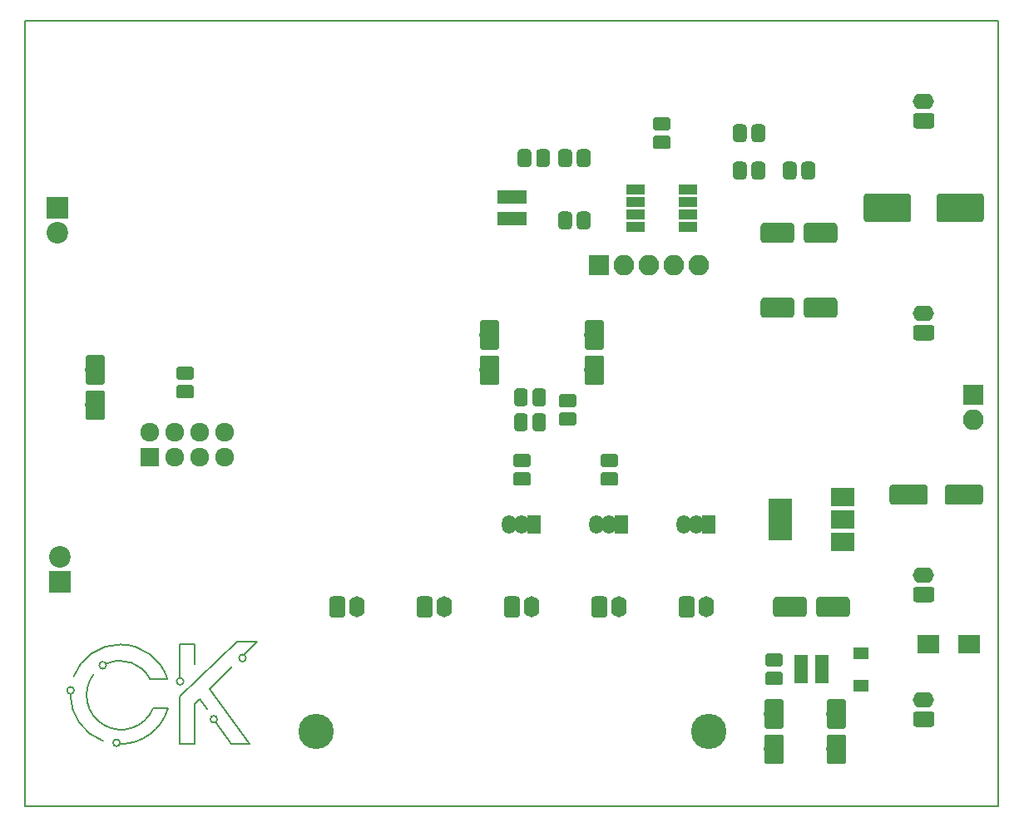
<source format=gbr>
%TF.GenerationSoftware,KiCad,Pcbnew,(5.0.0)*%
%TF.CreationDate,2019-06-06T16:06:28-05:00*%
%TF.ProjectId,Gun board,47756E20626F6172642E6B696361645F,rev?*%
%TF.SameCoordinates,Original*%
%TF.FileFunction,Soldermask,Top*%
%TF.FilePolarity,Negative*%
%FSLAX46Y46*%
G04 Gerber Fmt 4.6, Leading zero omitted, Abs format (unit mm)*
G04 Created by KiCad (PCBNEW (5.0.0)) date 06/06/19 16:06:28*
%MOMM*%
%LPD*%
G01*
G04 APERTURE LIST*
%ADD10C,0.200000*%
%ADD11R,1.924000X1.924000*%
%ADD12C,1.924000*%
%ADD13C,3.600000*%
%ADD14C,0.100000*%
%ADD15C,1.600000*%
%ADD16O,2.150000X1.600000*%
%ADD17C,2.000000*%
%ADD18C,1.375000*%
%ADD19C,2.900000*%
%ADD20R,1.600000X1.300000*%
%ADD21C,2.200000*%
%ADD22R,2.200000X2.200000*%
%ADD23O,2.100000X2.100000*%
%ADD24R,2.100000X2.100000*%
%ADD25O,1.600000X2.150000*%
%ADD26O,1.450000X1.900000*%
%ADD27R,1.450000X1.900000*%
%ADD28R,1.460000X1.050000*%
%ADD29R,2.400000X4.200000*%
%ADD30R,2.400000X1.900000*%
%ADD31R,1.050000X1.460000*%
%ADD32R,2.300000X1.900000*%
%ADD33R,1.950000X1.000000*%
G04 APERTURE END LIST*
D10*
X124057210Y-86487000D02*
G75*
G03X124057210Y-86487000I-359210J0D01*
G01*
X121136210Y-92731790D02*
G75*
G03X121136210Y-92731790I-359210J0D01*
G01*
X117707210Y-88878210D02*
G75*
G03X117707210Y-88878210I-359210J0D01*
G01*
X118872000Y-85090000D02*
X118872000Y-87122000D01*
X117348000Y-85090000D02*
X118872000Y-85090000D01*
X117348000Y-88392000D02*
X117348000Y-85090000D01*
X120396000Y-89662000D02*
X122682000Y-87376000D01*
X124460000Y-95250000D02*
X120396000Y-89662000D01*
X122555000Y-95250000D02*
X124460000Y-95250000D01*
X121031000Y-93091000D02*
X122555000Y-95250000D01*
X119380000Y-90678000D02*
X120142000Y-91694000D01*
X118872000Y-91186000D02*
X119380000Y-90678000D01*
X118872000Y-95250000D02*
X118872000Y-91186000D01*
X125222000Y-84836000D02*
X123952000Y-86106000D01*
X123190000Y-84836000D02*
X125222000Y-84836000D01*
X117348000Y-90424000D02*
X123190000Y-84836000D01*
X117348000Y-95250000D02*
X117348000Y-90424000D01*
X118872000Y-95250000D02*
X117348000Y-95250000D01*
X106498780Y-88390544D02*
G75*
G02X111249742Y-85109088I4750962J-1798544D01*
G01*
X116117738Y-91629791D02*
G75*
G02X111252000Y-95250000I-4865738J1459791D01*
G01*
X106553000Y-89789000D02*
G75*
G03X106553000Y-89789000I-359210J0D01*
G01*
X111230210Y-95123000D02*
G75*
G03X111230210Y-95123000I-359210J0D01*
G01*
X109833210Y-87227210D02*
G75*
G03X109833210Y-87227210I-359210J0D01*
G01*
X109495817Y-94936783D02*
G75*
G02X106172000Y-90170000I1756183J4766783D01*
G01*
X109867836Y-87056006D02*
G75*
G02X114299999Y-88646001I1384164J-3113994D01*
G01*
X114593738Y-91629791D02*
X116117738Y-91629791D01*
X114300000Y-88646000D02*
X116078000Y-88646000D01*
X111249742Y-85109088D02*
G75*
G02X116077999Y-88646001I2258J-5060912D01*
G01*
X114593738Y-91629791D02*
G75*
G02X108525059Y-88166189I-3244367J1363806D01*
G01*
X200660000Y-101600000D02*
X200660000Y-21590000D01*
X101600000Y-21590000D02*
X101600000Y-101600000D01*
X200660000Y-21590000D02*
X101600000Y-21590000D01*
X101600000Y-101600000D02*
X200660000Y-101600000D01*
D11*
X114300000Y-66040000D03*
D12*
X114300000Y-63500000D03*
X116840000Y-66040000D03*
X116840000Y-63500000D03*
X119380000Y-66040000D03*
X119380000Y-63500000D03*
X121920000Y-66040000D03*
X121920000Y-63500000D03*
D13*
X171196000Y-93980000D03*
D14*
G36*
X193814340Y-91911605D02*
X193846698Y-91916405D01*
X193878429Y-91924353D01*
X193909229Y-91935373D01*
X193938800Y-91949359D01*
X193966857Y-91966177D01*
X193993132Y-91985663D01*
X194017369Y-92007631D01*
X194039337Y-92031868D01*
X194058823Y-92058143D01*
X194075641Y-92086200D01*
X194089627Y-92115771D01*
X194100647Y-92146571D01*
X194108595Y-92178302D01*
X194113395Y-92210660D01*
X194115000Y-92243332D01*
X194115000Y-93176668D01*
X194113395Y-93209340D01*
X194108595Y-93241698D01*
X194100647Y-93273429D01*
X194089627Y-93304229D01*
X194075641Y-93333800D01*
X194058823Y-93361857D01*
X194039337Y-93388132D01*
X194017369Y-93412369D01*
X193993132Y-93434337D01*
X193966857Y-93453823D01*
X193938800Y-93470641D01*
X193909229Y-93484627D01*
X193878429Y-93495647D01*
X193846698Y-93503595D01*
X193814340Y-93508395D01*
X193781668Y-93510000D01*
X192298332Y-93510000D01*
X192265660Y-93508395D01*
X192233302Y-93503595D01*
X192201571Y-93495647D01*
X192170771Y-93484627D01*
X192141200Y-93470641D01*
X192113143Y-93453823D01*
X192086868Y-93434337D01*
X192062631Y-93412369D01*
X192040663Y-93388132D01*
X192021177Y-93361857D01*
X192004359Y-93333800D01*
X191990373Y-93304229D01*
X191979353Y-93273429D01*
X191971405Y-93241698D01*
X191966605Y-93209340D01*
X191965000Y-93176668D01*
X191965000Y-92243332D01*
X191966605Y-92210660D01*
X191971405Y-92178302D01*
X191979353Y-92146571D01*
X191990373Y-92115771D01*
X192004359Y-92086200D01*
X192021177Y-92058143D01*
X192040663Y-92031868D01*
X192062631Y-92007631D01*
X192086868Y-91985663D01*
X192113143Y-91966177D01*
X192141200Y-91949359D01*
X192170771Y-91935373D01*
X192201571Y-91924353D01*
X192233302Y-91916405D01*
X192265660Y-91911605D01*
X192298332Y-91910000D01*
X193781668Y-91910000D01*
X193814340Y-91911605D01*
X193814340Y-91911605D01*
G37*
D15*
X193040000Y-92710000D03*
D16*
X193040000Y-90710000D03*
D14*
G36*
X180828130Y-80281505D02*
X180858466Y-80286005D01*
X180888214Y-80293456D01*
X180917089Y-80303788D01*
X180944811Y-80316900D01*
X180971116Y-80332666D01*
X180995748Y-80350934D01*
X181018471Y-80371529D01*
X181039066Y-80394252D01*
X181057334Y-80418884D01*
X181073100Y-80445189D01*
X181086212Y-80472911D01*
X181096544Y-80501786D01*
X181103995Y-80531534D01*
X181108495Y-80561870D01*
X181110000Y-80592500D01*
X181110000Y-81967500D01*
X181108495Y-81998130D01*
X181103995Y-82028466D01*
X181096544Y-82058214D01*
X181086212Y-82087089D01*
X181073100Y-82114811D01*
X181057334Y-82141116D01*
X181039066Y-82165748D01*
X181018471Y-82188471D01*
X180995748Y-82209066D01*
X180971116Y-82227334D01*
X180944811Y-82243100D01*
X180917089Y-82256212D01*
X180888214Y-82266544D01*
X180858466Y-82273995D01*
X180828130Y-82278495D01*
X180797500Y-82280000D01*
X178022500Y-82280000D01*
X177991870Y-82278495D01*
X177961534Y-82273995D01*
X177931786Y-82266544D01*
X177902911Y-82256212D01*
X177875189Y-82243100D01*
X177848884Y-82227334D01*
X177824252Y-82209066D01*
X177801529Y-82188471D01*
X177780934Y-82165748D01*
X177762666Y-82141116D01*
X177746900Y-82114811D01*
X177733788Y-82087089D01*
X177723456Y-82058214D01*
X177716005Y-82028466D01*
X177711505Y-81998130D01*
X177710000Y-81967500D01*
X177710000Y-80592500D01*
X177711505Y-80561870D01*
X177716005Y-80531534D01*
X177723456Y-80501786D01*
X177733788Y-80472911D01*
X177746900Y-80445189D01*
X177762666Y-80418884D01*
X177780934Y-80394252D01*
X177801529Y-80371529D01*
X177824252Y-80350934D01*
X177848884Y-80332666D01*
X177875189Y-80316900D01*
X177902911Y-80303788D01*
X177931786Y-80293456D01*
X177961534Y-80286005D01*
X177991870Y-80281505D01*
X178022500Y-80280000D01*
X180797500Y-80280000D01*
X180828130Y-80281505D01*
X180828130Y-80281505D01*
G37*
D17*
X179410000Y-81280000D03*
D14*
G36*
X185228130Y-80281505D02*
X185258466Y-80286005D01*
X185288214Y-80293456D01*
X185317089Y-80303788D01*
X185344811Y-80316900D01*
X185371116Y-80332666D01*
X185395748Y-80350934D01*
X185418471Y-80371529D01*
X185439066Y-80394252D01*
X185457334Y-80418884D01*
X185473100Y-80445189D01*
X185486212Y-80472911D01*
X185496544Y-80501786D01*
X185503995Y-80531534D01*
X185508495Y-80561870D01*
X185510000Y-80592500D01*
X185510000Y-81967500D01*
X185508495Y-81998130D01*
X185503995Y-82028466D01*
X185496544Y-82058214D01*
X185486212Y-82087089D01*
X185473100Y-82114811D01*
X185457334Y-82141116D01*
X185439066Y-82165748D01*
X185418471Y-82188471D01*
X185395748Y-82209066D01*
X185371116Y-82227334D01*
X185344811Y-82243100D01*
X185317089Y-82256212D01*
X185288214Y-82266544D01*
X185258466Y-82273995D01*
X185228130Y-82278495D01*
X185197500Y-82280000D01*
X182422500Y-82280000D01*
X182391870Y-82278495D01*
X182361534Y-82273995D01*
X182331786Y-82266544D01*
X182302911Y-82256212D01*
X182275189Y-82243100D01*
X182248884Y-82227334D01*
X182224252Y-82209066D01*
X182201529Y-82188471D01*
X182180934Y-82165748D01*
X182162666Y-82141116D01*
X182146900Y-82114811D01*
X182133788Y-82087089D01*
X182123456Y-82058214D01*
X182116005Y-82028466D01*
X182111505Y-81998130D01*
X182110000Y-81967500D01*
X182110000Y-80592500D01*
X182111505Y-80561870D01*
X182116005Y-80531534D01*
X182123456Y-80501786D01*
X182133788Y-80472911D01*
X182146900Y-80445189D01*
X182162666Y-80418884D01*
X182180934Y-80394252D01*
X182201529Y-80371529D01*
X182224252Y-80350934D01*
X182248884Y-80332666D01*
X182275189Y-80316900D01*
X182302911Y-80303788D01*
X182331786Y-80293456D01*
X182361534Y-80286005D01*
X182391870Y-80281505D01*
X182422500Y-80280000D01*
X185197500Y-80280000D01*
X185228130Y-80281505D01*
X185228130Y-80281505D01*
G37*
D17*
X183810000Y-81280000D03*
D14*
G36*
X178518130Y-90681505D02*
X178548466Y-90686005D01*
X178578214Y-90693456D01*
X178607089Y-90703788D01*
X178634811Y-90716900D01*
X178661116Y-90732666D01*
X178685748Y-90750934D01*
X178708471Y-90771529D01*
X178729066Y-90794252D01*
X178747334Y-90818884D01*
X178763100Y-90845189D01*
X178776212Y-90872911D01*
X178786544Y-90901786D01*
X178793995Y-90931534D01*
X178798495Y-90961870D01*
X178800000Y-90992500D01*
X178800000Y-93367500D01*
X178798495Y-93398130D01*
X178793995Y-93428466D01*
X178786544Y-93458214D01*
X178776212Y-93487089D01*
X178763100Y-93514811D01*
X178747334Y-93541116D01*
X178729066Y-93565748D01*
X178708471Y-93588471D01*
X178685748Y-93609066D01*
X178661116Y-93627334D01*
X178634811Y-93643100D01*
X178607089Y-93656212D01*
X178578214Y-93666544D01*
X178548466Y-93673995D01*
X178518130Y-93678495D01*
X178487500Y-93680000D01*
X177112500Y-93680000D01*
X177081870Y-93678495D01*
X177051534Y-93673995D01*
X177021786Y-93666544D01*
X176992911Y-93656212D01*
X176965189Y-93643100D01*
X176938884Y-93627334D01*
X176914252Y-93609066D01*
X176891529Y-93588471D01*
X176870934Y-93565748D01*
X176852666Y-93541116D01*
X176836900Y-93514811D01*
X176823788Y-93487089D01*
X176813456Y-93458214D01*
X176806005Y-93428466D01*
X176801505Y-93398130D01*
X176800000Y-93367500D01*
X176800000Y-90992500D01*
X176801505Y-90961870D01*
X176806005Y-90931534D01*
X176813456Y-90901786D01*
X176823788Y-90872911D01*
X176836900Y-90845189D01*
X176852666Y-90818884D01*
X176870934Y-90794252D01*
X176891529Y-90771529D01*
X176914252Y-90750934D01*
X176938884Y-90732666D01*
X176965189Y-90716900D01*
X176992911Y-90703788D01*
X177021786Y-90693456D01*
X177051534Y-90686005D01*
X177081870Y-90681505D01*
X177112500Y-90680000D01*
X178487500Y-90680000D01*
X178518130Y-90681505D01*
X178518130Y-90681505D01*
G37*
D17*
X177800000Y-92180000D03*
D14*
G36*
X178518130Y-94281505D02*
X178548466Y-94286005D01*
X178578214Y-94293456D01*
X178607089Y-94303788D01*
X178634811Y-94316900D01*
X178661116Y-94332666D01*
X178685748Y-94350934D01*
X178708471Y-94371529D01*
X178729066Y-94394252D01*
X178747334Y-94418884D01*
X178763100Y-94445189D01*
X178776212Y-94472911D01*
X178786544Y-94501786D01*
X178793995Y-94531534D01*
X178798495Y-94561870D01*
X178800000Y-94592500D01*
X178800000Y-96967500D01*
X178798495Y-96998130D01*
X178793995Y-97028466D01*
X178786544Y-97058214D01*
X178776212Y-97087089D01*
X178763100Y-97114811D01*
X178747334Y-97141116D01*
X178729066Y-97165748D01*
X178708471Y-97188471D01*
X178685748Y-97209066D01*
X178661116Y-97227334D01*
X178634811Y-97243100D01*
X178607089Y-97256212D01*
X178578214Y-97266544D01*
X178548466Y-97273995D01*
X178518130Y-97278495D01*
X178487500Y-97280000D01*
X177112500Y-97280000D01*
X177081870Y-97278495D01*
X177051534Y-97273995D01*
X177021786Y-97266544D01*
X176992911Y-97256212D01*
X176965189Y-97243100D01*
X176938884Y-97227334D01*
X176914252Y-97209066D01*
X176891529Y-97188471D01*
X176870934Y-97165748D01*
X176852666Y-97141116D01*
X176836900Y-97114811D01*
X176823788Y-97087089D01*
X176813456Y-97058214D01*
X176806005Y-97028466D01*
X176801505Y-96998130D01*
X176800000Y-96967500D01*
X176800000Y-94592500D01*
X176801505Y-94561870D01*
X176806005Y-94531534D01*
X176813456Y-94501786D01*
X176823788Y-94472911D01*
X176836900Y-94445189D01*
X176852666Y-94418884D01*
X176870934Y-94394252D01*
X176891529Y-94371529D01*
X176914252Y-94350934D01*
X176938884Y-94332666D01*
X176965189Y-94316900D01*
X176992911Y-94303788D01*
X177021786Y-94293456D01*
X177051534Y-94286005D01*
X177081870Y-94281505D01*
X177112500Y-94280000D01*
X178487500Y-94280000D01*
X178518130Y-94281505D01*
X178518130Y-94281505D01*
G37*
D17*
X177800000Y-95780000D03*
D14*
G36*
X193178130Y-68851505D02*
X193208466Y-68856005D01*
X193238214Y-68863456D01*
X193267089Y-68873788D01*
X193294811Y-68886900D01*
X193321116Y-68902666D01*
X193345748Y-68920934D01*
X193368471Y-68941529D01*
X193389066Y-68964252D01*
X193407334Y-68988884D01*
X193423100Y-69015189D01*
X193436212Y-69042911D01*
X193446544Y-69071786D01*
X193453995Y-69101534D01*
X193458495Y-69131870D01*
X193460000Y-69162500D01*
X193460000Y-70537500D01*
X193458495Y-70568130D01*
X193453995Y-70598466D01*
X193446544Y-70628214D01*
X193436212Y-70657089D01*
X193423100Y-70684811D01*
X193407334Y-70711116D01*
X193389066Y-70735748D01*
X193368471Y-70758471D01*
X193345748Y-70779066D01*
X193321116Y-70797334D01*
X193294811Y-70813100D01*
X193267089Y-70826212D01*
X193238214Y-70836544D01*
X193208466Y-70843995D01*
X193178130Y-70848495D01*
X193147500Y-70850000D01*
X189872500Y-70850000D01*
X189841870Y-70848495D01*
X189811534Y-70843995D01*
X189781786Y-70836544D01*
X189752911Y-70826212D01*
X189725189Y-70813100D01*
X189698884Y-70797334D01*
X189674252Y-70779066D01*
X189651529Y-70758471D01*
X189630934Y-70735748D01*
X189612666Y-70711116D01*
X189596900Y-70684811D01*
X189583788Y-70657089D01*
X189573456Y-70628214D01*
X189566005Y-70598466D01*
X189561505Y-70568130D01*
X189560000Y-70537500D01*
X189560000Y-69162500D01*
X189561505Y-69131870D01*
X189566005Y-69101534D01*
X189573456Y-69071786D01*
X189583788Y-69042911D01*
X189596900Y-69015189D01*
X189612666Y-68988884D01*
X189630934Y-68964252D01*
X189651529Y-68941529D01*
X189674252Y-68920934D01*
X189698884Y-68902666D01*
X189725189Y-68886900D01*
X189752911Y-68873788D01*
X189781786Y-68863456D01*
X189811534Y-68856005D01*
X189841870Y-68851505D01*
X189872500Y-68850000D01*
X193147500Y-68850000D01*
X193178130Y-68851505D01*
X193178130Y-68851505D01*
G37*
D17*
X191510000Y-69850000D03*
D14*
G36*
X198778130Y-68851505D02*
X198808466Y-68856005D01*
X198838214Y-68863456D01*
X198867089Y-68873788D01*
X198894811Y-68886900D01*
X198921116Y-68902666D01*
X198945748Y-68920934D01*
X198968471Y-68941529D01*
X198989066Y-68964252D01*
X199007334Y-68988884D01*
X199023100Y-69015189D01*
X199036212Y-69042911D01*
X199046544Y-69071786D01*
X199053995Y-69101534D01*
X199058495Y-69131870D01*
X199060000Y-69162500D01*
X199060000Y-70537500D01*
X199058495Y-70568130D01*
X199053995Y-70598466D01*
X199046544Y-70628214D01*
X199036212Y-70657089D01*
X199023100Y-70684811D01*
X199007334Y-70711116D01*
X198989066Y-70735748D01*
X198968471Y-70758471D01*
X198945748Y-70779066D01*
X198921116Y-70797334D01*
X198894811Y-70813100D01*
X198867089Y-70826212D01*
X198838214Y-70836544D01*
X198808466Y-70843995D01*
X198778130Y-70848495D01*
X198747500Y-70850000D01*
X195472500Y-70850000D01*
X195441870Y-70848495D01*
X195411534Y-70843995D01*
X195381786Y-70836544D01*
X195352911Y-70826212D01*
X195325189Y-70813100D01*
X195298884Y-70797334D01*
X195274252Y-70779066D01*
X195251529Y-70758471D01*
X195230934Y-70735748D01*
X195212666Y-70711116D01*
X195196900Y-70684811D01*
X195183788Y-70657089D01*
X195173456Y-70628214D01*
X195166005Y-70598466D01*
X195161505Y-70568130D01*
X195160000Y-70537500D01*
X195160000Y-69162500D01*
X195161505Y-69131870D01*
X195166005Y-69101534D01*
X195173456Y-69071786D01*
X195183788Y-69042911D01*
X195196900Y-69015189D01*
X195212666Y-68988884D01*
X195230934Y-68964252D01*
X195251529Y-68941529D01*
X195274252Y-68920934D01*
X195298884Y-68902666D01*
X195325189Y-68886900D01*
X195352911Y-68873788D01*
X195381786Y-68863456D01*
X195411534Y-68856005D01*
X195441870Y-68851505D01*
X195472500Y-68850000D01*
X198747500Y-68850000D01*
X198778130Y-68851505D01*
X198778130Y-68851505D01*
G37*
D17*
X197110000Y-69850000D03*
D14*
G36*
X179558130Y-49801505D02*
X179588466Y-49806005D01*
X179618214Y-49813456D01*
X179647089Y-49823788D01*
X179674811Y-49836900D01*
X179701116Y-49852666D01*
X179725748Y-49870934D01*
X179748471Y-49891529D01*
X179769066Y-49914252D01*
X179787334Y-49938884D01*
X179803100Y-49965189D01*
X179816212Y-49992911D01*
X179826544Y-50021786D01*
X179833995Y-50051534D01*
X179838495Y-50081870D01*
X179840000Y-50112500D01*
X179840000Y-51487500D01*
X179838495Y-51518130D01*
X179833995Y-51548466D01*
X179826544Y-51578214D01*
X179816212Y-51607089D01*
X179803100Y-51634811D01*
X179787334Y-51661116D01*
X179769066Y-51685748D01*
X179748471Y-51708471D01*
X179725748Y-51729066D01*
X179701116Y-51747334D01*
X179674811Y-51763100D01*
X179647089Y-51776212D01*
X179618214Y-51786544D01*
X179588466Y-51793995D01*
X179558130Y-51798495D01*
X179527500Y-51800000D01*
X176752500Y-51800000D01*
X176721870Y-51798495D01*
X176691534Y-51793995D01*
X176661786Y-51786544D01*
X176632911Y-51776212D01*
X176605189Y-51763100D01*
X176578884Y-51747334D01*
X176554252Y-51729066D01*
X176531529Y-51708471D01*
X176510934Y-51685748D01*
X176492666Y-51661116D01*
X176476900Y-51634811D01*
X176463788Y-51607089D01*
X176453456Y-51578214D01*
X176446005Y-51548466D01*
X176441505Y-51518130D01*
X176440000Y-51487500D01*
X176440000Y-50112500D01*
X176441505Y-50081870D01*
X176446005Y-50051534D01*
X176453456Y-50021786D01*
X176463788Y-49992911D01*
X176476900Y-49965189D01*
X176492666Y-49938884D01*
X176510934Y-49914252D01*
X176531529Y-49891529D01*
X176554252Y-49870934D01*
X176578884Y-49852666D01*
X176605189Y-49836900D01*
X176632911Y-49823788D01*
X176661786Y-49813456D01*
X176691534Y-49806005D01*
X176721870Y-49801505D01*
X176752500Y-49800000D01*
X179527500Y-49800000D01*
X179558130Y-49801505D01*
X179558130Y-49801505D01*
G37*
D17*
X178140000Y-50800000D03*
D14*
G36*
X183958130Y-49801505D02*
X183988466Y-49806005D01*
X184018214Y-49813456D01*
X184047089Y-49823788D01*
X184074811Y-49836900D01*
X184101116Y-49852666D01*
X184125748Y-49870934D01*
X184148471Y-49891529D01*
X184169066Y-49914252D01*
X184187334Y-49938884D01*
X184203100Y-49965189D01*
X184216212Y-49992911D01*
X184226544Y-50021786D01*
X184233995Y-50051534D01*
X184238495Y-50081870D01*
X184240000Y-50112500D01*
X184240000Y-51487500D01*
X184238495Y-51518130D01*
X184233995Y-51548466D01*
X184226544Y-51578214D01*
X184216212Y-51607089D01*
X184203100Y-51634811D01*
X184187334Y-51661116D01*
X184169066Y-51685748D01*
X184148471Y-51708471D01*
X184125748Y-51729066D01*
X184101116Y-51747334D01*
X184074811Y-51763100D01*
X184047089Y-51776212D01*
X184018214Y-51786544D01*
X183988466Y-51793995D01*
X183958130Y-51798495D01*
X183927500Y-51800000D01*
X181152500Y-51800000D01*
X181121870Y-51798495D01*
X181091534Y-51793995D01*
X181061786Y-51786544D01*
X181032911Y-51776212D01*
X181005189Y-51763100D01*
X180978884Y-51747334D01*
X180954252Y-51729066D01*
X180931529Y-51708471D01*
X180910934Y-51685748D01*
X180892666Y-51661116D01*
X180876900Y-51634811D01*
X180863788Y-51607089D01*
X180853456Y-51578214D01*
X180846005Y-51548466D01*
X180841505Y-51518130D01*
X180840000Y-51487500D01*
X180840000Y-50112500D01*
X180841505Y-50081870D01*
X180846005Y-50051534D01*
X180853456Y-50021786D01*
X180863788Y-49992911D01*
X180876900Y-49965189D01*
X180892666Y-49938884D01*
X180910934Y-49914252D01*
X180931529Y-49891529D01*
X180954252Y-49870934D01*
X180978884Y-49852666D01*
X181005189Y-49836900D01*
X181032911Y-49823788D01*
X181061786Y-49813456D01*
X181091534Y-49806005D01*
X181121870Y-49801505D01*
X181152500Y-49800000D01*
X183927500Y-49800000D01*
X183958130Y-49801505D01*
X183958130Y-49801505D01*
G37*
D17*
X182540000Y-50800000D03*
D14*
G36*
X184868130Y-94281505D02*
X184898466Y-94286005D01*
X184928214Y-94293456D01*
X184957089Y-94303788D01*
X184984811Y-94316900D01*
X185011116Y-94332666D01*
X185035748Y-94350934D01*
X185058471Y-94371529D01*
X185079066Y-94394252D01*
X185097334Y-94418884D01*
X185113100Y-94445189D01*
X185126212Y-94472911D01*
X185136544Y-94501786D01*
X185143995Y-94531534D01*
X185148495Y-94561870D01*
X185150000Y-94592500D01*
X185150000Y-96967500D01*
X185148495Y-96998130D01*
X185143995Y-97028466D01*
X185136544Y-97058214D01*
X185126212Y-97087089D01*
X185113100Y-97114811D01*
X185097334Y-97141116D01*
X185079066Y-97165748D01*
X185058471Y-97188471D01*
X185035748Y-97209066D01*
X185011116Y-97227334D01*
X184984811Y-97243100D01*
X184957089Y-97256212D01*
X184928214Y-97266544D01*
X184898466Y-97273995D01*
X184868130Y-97278495D01*
X184837500Y-97280000D01*
X183462500Y-97280000D01*
X183431870Y-97278495D01*
X183401534Y-97273995D01*
X183371786Y-97266544D01*
X183342911Y-97256212D01*
X183315189Y-97243100D01*
X183288884Y-97227334D01*
X183264252Y-97209066D01*
X183241529Y-97188471D01*
X183220934Y-97165748D01*
X183202666Y-97141116D01*
X183186900Y-97114811D01*
X183173788Y-97087089D01*
X183163456Y-97058214D01*
X183156005Y-97028466D01*
X183151505Y-96998130D01*
X183150000Y-96967500D01*
X183150000Y-94592500D01*
X183151505Y-94561870D01*
X183156005Y-94531534D01*
X183163456Y-94501786D01*
X183173788Y-94472911D01*
X183186900Y-94445189D01*
X183202666Y-94418884D01*
X183220934Y-94394252D01*
X183241529Y-94371529D01*
X183264252Y-94350934D01*
X183288884Y-94332666D01*
X183315189Y-94316900D01*
X183342911Y-94303788D01*
X183371786Y-94293456D01*
X183401534Y-94286005D01*
X183431870Y-94281505D01*
X183462500Y-94280000D01*
X184837500Y-94280000D01*
X184868130Y-94281505D01*
X184868130Y-94281505D01*
G37*
D17*
X184150000Y-95780000D03*
D14*
G36*
X184868130Y-90681505D02*
X184898466Y-90686005D01*
X184928214Y-90693456D01*
X184957089Y-90703788D01*
X184984811Y-90716900D01*
X185011116Y-90732666D01*
X185035748Y-90750934D01*
X185058471Y-90771529D01*
X185079066Y-90794252D01*
X185097334Y-90818884D01*
X185113100Y-90845189D01*
X185126212Y-90872911D01*
X185136544Y-90901786D01*
X185143995Y-90931534D01*
X185148495Y-90961870D01*
X185150000Y-90992500D01*
X185150000Y-93367500D01*
X185148495Y-93398130D01*
X185143995Y-93428466D01*
X185136544Y-93458214D01*
X185126212Y-93487089D01*
X185113100Y-93514811D01*
X185097334Y-93541116D01*
X185079066Y-93565748D01*
X185058471Y-93588471D01*
X185035748Y-93609066D01*
X185011116Y-93627334D01*
X184984811Y-93643100D01*
X184957089Y-93656212D01*
X184928214Y-93666544D01*
X184898466Y-93673995D01*
X184868130Y-93678495D01*
X184837500Y-93680000D01*
X183462500Y-93680000D01*
X183431870Y-93678495D01*
X183401534Y-93673995D01*
X183371786Y-93666544D01*
X183342911Y-93656212D01*
X183315189Y-93643100D01*
X183288884Y-93627334D01*
X183264252Y-93609066D01*
X183241529Y-93588471D01*
X183220934Y-93565748D01*
X183202666Y-93541116D01*
X183186900Y-93514811D01*
X183173788Y-93487089D01*
X183163456Y-93458214D01*
X183156005Y-93428466D01*
X183151505Y-93398130D01*
X183150000Y-93367500D01*
X183150000Y-90992500D01*
X183151505Y-90961870D01*
X183156005Y-90931534D01*
X183163456Y-90901786D01*
X183173788Y-90872911D01*
X183186900Y-90845189D01*
X183202666Y-90818884D01*
X183220934Y-90794252D01*
X183241529Y-90771529D01*
X183264252Y-90750934D01*
X183288884Y-90732666D01*
X183315189Y-90716900D01*
X183342911Y-90703788D01*
X183371786Y-90693456D01*
X183401534Y-90686005D01*
X183431870Y-90681505D01*
X183462500Y-90680000D01*
X184837500Y-90680000D01*
X184868130Y-90681505D01*
X184868130Y-90681505D01*
G37*
D17*
X184150000Y-92180000D03*
D14*
G36*
X154287793Y-59035845D02*
X154321162Y-59040795D01*
X154353885Y-59048992D01*
X154385647Y-59060356D01*
X154416143Y-59074780D01*
X154445077Y-59092122D01*
X154472173Y-59112218D01*
X154497168Y-59134872D01*
X154519822Y-59159867D01*
X154539918Y-59186963D01*
X154557260Y-59215897D01*
X154571684Y-59246393D01*
X154583048Y-59278155D01*
X154591245Y-59310878D01*
X154596195Y-59344247D01*
X154597850Y-59377940D01*
X154597850Y-60490440D01*
X154596195Y-60524133D01*
X154591245Y-60557502D01*
X154583048Y-60590225D01*
X154571684Y-60621987D01*
X154557260Y-60652483D01*
X154539918Y-60681417D01*
X154519822Y-60708513D01*
X154497168Y-60733508D01*
X154472173Y-60756162D01*
X154445077Y-60776258D01*
X154416143Y-60793600D01*
X154385647Y-60808024D01*
X154353885Y-60819388D01*
X154321162Y-60827585D01*
X154287793Y-60832535D01*
X154254100Y-60834190D01*
X153566600Y-60834190D01*
X153532907Y-60832535D01*
X153499538Y-60827585D01*
X153466815Y-60819388D01*
X153435053Y-60808024D01*
X153404557Y-60793600D01*
X153375623Y-60776258D01*
X153348527Y-60756162D01*
X153323532Y-60733508D01*
X153300878Y-60708513D01*
X153280782Y-60681417D01*
X153263440Y-60652483D01*
X153249016Y-60621987D01*
X153237652Y-60590225D01*
X153229455Y-60557502D01*
X153224505Y-60524133D01*
X153222850Y-60490440D01*
X153222850Y-59377940D01*
X153224505Y-59344247D01*
X153229455Y-59310878D01*
X153237652Y-59278155D01*
X153249016Y-59246393D01*
X153263440Y-59215897D01*
X153280782Y-59186963D01*
X153300878Y-59159867D01*
X153323532Y-59134872D01*
X153348527Y-59112218D01*
X153375623Y-59092122D01*
X153404557Y-59074780D01*
X153435053Y-59060356D01*
X153466815Y-59048992D01*
X153499538Y-59040795D01*
X153532907Y-59035845D01*
X153566600Y-59034190D01*
X154254100Y-59034190D01*
X154287793Y-59035845D01*
X154287793Y-59035845D01*
G37*
D18*
X153910350Y-59934190D03*
D14*
G36*
X152412793Y-59035845D02*
X152446162Y-59040795D01*
X152478885Y-59048992D01*
X152510647Y-59060356D01*
X152541143Y-59074780D01*
X152570077Y-59092122D01*
X152597173Y-59112218D01*
X152622168Y-59134872D01*
X152644822Y-59159867D01*
X152664918Y-59186963D01*
X152682260Y-59215897D01*
X152696684Y-59246393D01*
X152708048Y-59278155D01*
X152716245Y-59310878D01*
X152721195Y-59344247D01*
X152722850Y-59377940D01*
X152722850Y-60490440D01*
X152721195Y-60524133D01*
X152716245Y-60557502D01*
X152708048Y-60590225D01*
X152696684Y-60621987D01*
X152682260Y-60652483D01*
X152664918Y-60681417D01*
X152644822Y-60708513D01*
X152622168Y-60733508D01*
X152597173Y-60756162D01*
X152570077Y-60776258D01*
X152541143Y-60793600D01*
X152510647Y-60808024D01*
X152478885Y-60819388D01*
X152446162Y-60827585D01*
X152412793Y-60832535D01*
X152379100Y-60834190D01*
X151691600Y-60834190D01*
X151657907Y-60832535D01*
X151624538Y-60827585D01*
X151591815Y-60819388D01*
X151560053Y-60808024D01*
X151529557Y-60793600D01*
X151500623Y-60776258D01*
X151473527Y-60756162D01*
X151448532Y-60733508D01*
X151425878Y-60708513D01*
X151405782Y-60681417D01*
X151388440Y-60652483D01*
X151374016Y-60621987D01*
X151362652Y-60590225D01*
X151354455Y-60557502D01*
X151349505Y-60524133D01*
X151347850Y-60490440D01*
X151347850Y-59377940D01*
X151349505Y-59344247D01*
X151354455Y-59310878D01*
X151362652Y-59278155D01*
X151374016Y-59246393D01*
X151388440Y-59215897D01*
X151405782Y-59186963D01*
X151425878Y-59159867D01*
X151448532Y-59134872D01*
X151473527Y-59112218D01*
X151500623Y-59092122D01*
X151529557Y-59074780D01*
X151560053Y-59060356D01*
X151591815Y-59048992D01*
X151624538Y-59040795D01*
X151657907Y-59035845D01*
X151691600Y-59034190D01*
X152379100Y-59034190D01*
X152412793Y-59035845D01*
X152412793Y-59035845D01*
G37*
D18*
X152035350Y-59934190D03*
D14*
G36*
X152412793Y-61575845D02*
X152446162Y-61580795D01*
X152478885Y-61588992D01*
X152510647Y-61600356D01*
X152541143Y-61614780D01*
X152570077Y-61632122D01*
X152597173Y-61652218D01*
X152622168Y-61674872D01*
X152644822Y-61699867D01*
X152664918Y-61726963D01*
X152682260Y-61755897D01*
X152696684Y-61786393D01*
X152708048Y-61818155D01*
X152716245Y-61850878D01*
X152721195Y-61884247D01*
X152722850Y-61917940D01*
X152722850Y-63030440D01*
X152721195Y-63064133D01*
X152716245Y-63097502D01*
X152708048Y-63130225D01*
X152696684Y-63161987D01*
X152682260Y-63192483D01*
X152664918Y-63221417D01*
X152644822Y-63248513D01*
X152622168Y-63273508D01*
X152597173Y-63296162D01*
X152570077Y-63316258D01*
X152541143Y-63333600D01*
X152510647Y-63348024D01*
X152478885Y-63359388D01*
X152446162Y-63367585D01*
X152412793Y-63372535D01*
X152379100Y-63374190D01*
X151691600Y-63374190D01*
X151657907Y-63372535D01*
X151624538Y-63367585D01*
X151591815Y-63359388D01*
X151560053Y-63348024D01*
X151529557Y-63333600D01*
X151500623Y-63316258D01*
X151473527Y-63296162D01*
X151448532Y-63273508D01*
X151425878Y-63248513D01*
X151405782Y-63221417D01*
X151388440Y-63192483D01*
X151374016Y-63161987D01*
X151362652Y-63130225D01*
X151354455Y-63097502D01*
X151349505Y-63064133D01*
X151347850Y-63030440D01*
X151347850Y-61917940D01*
X151349505Y-61884247D01*
X151354455Y-61850878D01*
X151362652Y-61818155D01*
X151374016Y-61786393D01*
X151388440Y-61755897D01*
X151405782Y-61726963D01*
X151425878Y-61699867D01*
X151448532Y-61674872D01*
X151473527Y-61652218D01*
X151500623Y-61632122D01*
X151529557Y-61614780D01*
X151560053Y-61600356D01*
X151591815Y-61588992D01*
X151624538Y-61580795D01*
X151657907Y-61575845D01*
X151691600Y-61574190D01*
X152379100Y-61574190D01*
X152412793Y-61575845D01*
X152412793Y-61575845D01*
G37*
D18*
X152035350Y-62474190D03*
D14*
G36*
X154287793Y-61575845D02*
X154321162Y-61580795D01*
X154353885Y-61588992D01*
X154385647Y-61600356D01*
X154416143Y-61614780D01*
X154445077Y-61632122D01*
X154472173Y-61652218D01*
X154497168Y-61674872D01*
X154519822Y-61699867D01*
X154539918Y-61726963D01*
X154557260Y-61755897D01*
X154571684Y-61786393D01*
X154583048Y-61818155D01*
X154591245Y-61850878D01*
X154596195Y-61884247D01*
X154597850Y-61917940D01*
X154597850Y-63030440D01*
X154596195Y-63064133D01*
X154591245Y-63097502D01*
X154583048Y-63130225D01*
X154571684Y-63161987D01*
X154557260Y-63192483D01*
X154539918Y-63221417D01*
X154519822Y-63248513D01*
X154497168Y-63273508D01*
X154472173Y-63296162D01*
X154445077Y-63316258D01*
X154416143Y-63333600D01*
X154385647Y-63348024D01*
X154353885Y-63359388D01*
X154321162Y-63367585D01*
X154287793Y-63372535D01*
X154254100Y-63374190D01*
X153566600Y-63374190D01*
X153532907Y-63372535D01*
X153499538Y-63367585D01*
X153466815Y-63359388D01*
X153435053Y-63348024D01*
X153404557Y-63333600D01*
X153375623Y-63316258D01*
X153348527Y-63296162D01*
X153323532Y-63273508D01*
X153300878Y-63248513D01*
X153280782Y-63221417D01*
X153263440Y-63192483D01*
X153249016Y-63161987D01*
X153237652Y-63130225D01*
X153229455Y-63097502D01*
X153224505Y-63064133D01*
X153222850Y-63030440D01*
X153222850Y-61917940D01*
X153224505Y-61884247D01*
X153229455Y-61850878D01*
X153237652Y-61818155D01*
X153249016Y-61786393D01*
X153263440Y-61755897D01*
X153280782Y-61726963D01*
X153300878Y-61699867D01*
X153323532Y-61674872D01*
X153348527Y-61652218D01*
X153375623Y-61632122D01*
X153404557Y-61614780D01*
X153435053Y-61600356D01*
X153466815Y-61588992D01*
X153499538Y-61580795D01*
X153532907Y-61575845D01*
X153566600Y-61574190D01*
X154254100Y-61574190D01*
X154287793Y-61575845D01*
X154287793Y-61575845D01*
G37*
D18*
X153910350Y-62474190D03*
D14*
G36*
X160230130Y-52073505D02*
X160260466Y-52078005D01*
X160290214Y-52085456D01*
X160319089Y-52095788D01*
X160346811Y-52108900D01*
X160373116Y-52124666D01*
X160397748Y-52142934D01*
X160420471Y-52163529D01*
X160441066Y-52186252D01*
X160459334Y-52210884D01*
X160475100Y-52237189D01*
X160488212Y-52264911D01*
X160498544Y-52293786D01*
X160505995Y-52323534D01*
X160510495Y-52353870D01*
X160512000Y-52384500D01*
X160512000Y-54759500D01*
X160510495Y-54790130D01*
X160505995Y-54820466D01*
X160498544Y-54850214D01*
X160488212Y-54879089D01*
X160475100Y-54906811D01*
X160459334Y-54933116D01*
X160441066Y-54957748D01*
X160420471Y-54980471D01*
X160397748Y-55001066D01*
X160373116Y-55019334D01*
X160346811Y-55035100D01*
X160319089Y-55048212D01*
X160290214Y-55058544D01*
X160260466Y-55065995D01*
X160230130Y-55070495D01*
X160199500Y-55072000D01*
X158824500Y-55072000D01*
X158793870Y-55070495D01*
X158763534Y-55065995D01*
X158733786Y-55058544D01*
X158704911Y-55048212D01*
X158677189Y-55035100D01*
X158650884Y-55019334D01*
X158626252Y-55001066D01*
X158603529Y-54980471D01*
X158582934Y-54957748D01*
X158564666Y-54933116D01*
X158548900Y-54906811D01*
X158535788Y-54879089D01*
X158525456Y-54850214D01*
X158518005Y-54820466D01*
X158513505Y-54790130D01*
X158512000Y-54759500D01*
X158512000Y-52384500D01*
X158513505Y-52353870D01*
X158518005Y-52323534D01*
X158525456Y-52293786D01*
X158535788Y-52264911D01*
X158548900Y-52237189D01*
X158564666Y-52210884D01*
X158582934Y-52186252D01*
X158603529Y-52163529D01*
X158626252Y-52142934D01*
X158650884Y-52124666D01*
X158677189Y-52108900D01*
X158704911Y-52095788D01*
X158733786Y-52085456D01*
X158763534Y-52078005D01*
X158793870Y-52073505D01*
X158824500Y-52072000D01*
X160199500Y-52072000D01*
X160230130Y-52073505D01*
X160230130Y-52073505D01*
G37*
D17*
X159512000Y-53572000D03*
D14*
G36*
X160230130Y-55673505D02*
X160260466Y-55678005D01*
X160290214Y-55685456D01*
X160319089Y-55695788D01*
X160346811Y-55708900D01*
X160373116Y-55724666D01*
X160397748Y-55742934D01*
X160420471Y-55763529D01*
X160441066Y-55786252D01*
X160459334Y-55810884D01*
X160475100Y-55837189D01*
X160488212Y-55864911D01*
X160498544Y-55893786D01*
X160505995Y-55923534D01*
X160510495Y-55953870D01*
X160512000Y-55984500D01*
X160512000Y-58359500D01*
X160510495Y-58390130D01*
X160505995Y-58420466D01*
X160498544Y-58450214D01*
X160488212Y-58479089D01*
X160475100Y-58506811D01*
X160459334Y-58533116D01*
X160441066Y-58557748D01*
X160420471Y-58580471D01*
X160397748Y-58601066D01*
X160373116Y-58619334D01*
X160346811Y-58635100D01*
X160319089Y-58648212D01*
X160290214Y-58658544D01*
X160260466Y-58665995D01*
X160230130Y-58670495D01*
X160199500Y-58672000D01*
X158824500Y-58672000D01*
X158793870Y-58670495D01*
X158763534Y-58665995D01*
X158733786Y-58658544D01*
X158704911Y-58648212D01*
X158677189Y-58635100D01*
X158650884Y-58619334D01*
X158626252Y-58601066D01*
X158603529Y-58580471D01*
X158582934Y-58557748D01*
X158564666Y-58533116D01*
X158548900Y-58506811D01*
X158535788Y-58479089D01*
X158525456Y-58450214D01*
X158518005Y-58420466D01*
X158513505Y-58390130D01*
X158512000Y-58359500D01*
X158512000Y-55984500D01*
X158513505Y-55953870D01*
X158518005Y-55923534D01*
X158525456Y-55893786D01*
X158535788Y-55864911D01*
X158548900Y-55837189D01*
X158564666Y-55810884D01*
X158582934Y-55786252D01*
X158603529Y-55763529D01*
X158626252Y-55742934D01*
X158650884Y-55724666D01*
X158677189Y-55708900D01*
X158704911Y-55695788D01*
X158733786Y-55685456D01*
X158763534Y-55678005D01*
X158793870Y-55673505D01*
X158824500Y-55672000D01*
X160199500Y-55672000D01*
X160230130Y-55673505D01*
X160230130Y-55673505D01*
G37*
D17*
X159512000Y-57172000D03*
D14*
G36*
X157372793Y-59580845D02*
X157406162Y-59585795D01*
X157438885Y-59593992D01*
X157470647Y-59605356D01*
X157501143Y-59619780D01*
X157530077Y-59637122D01*
X157557173Y-59657218D01*
X157582168Y-59679872D01*
X157604822Y-59704867D01*
X157624918Y-59731963D01*
X157642260Y-59760897D01*
X157656684Y-59791393D01*
X157668048Y-59823155D01*
X157676245Y-59855878D01*
X157681195Y-59889247D01*
X157682850Y-59922940D01*
X157682850Y-60610440D01*
X157681195Y-60644133D01*
X157676245Y-60677502D01*
X157668048Y-60710225D01*
X157656684Y-60741987D01*
X157642260Y-60772483D01*
X157624918Y-60801417D01*
X157604822Y-60828513D01*
X157582168Y-60853508D01*
X157557173Y-60876162D01*
X157530077Y-60896258D01*
X157501143Y-60913600D01*
X157470647Y-60928024D01*
X157438885Y-60939388D01*
X157406162Y-60947585D01*
X157372793Y-60952535D01*
X157339100Y-60954190D01*
X156226600Y-60954190D01*
X156192907Y-60952535D01*
X156159538Y-60947585D01*
X156126815Y-60939388D01*
X156095053Y-60928024D01*
X156064557Y-60913600D01*
X156035623Y-60896258D01*
X156008527Y-60876162D01*
X155983532Y-60853508D01*
X155960878Y-60828513D01*
X155940782Y-60801417D01*
X155923440Y-60772483D01*
X155909016Y-60741987D01*
X155897652Y-60710225D01*
X155889455Y-60677502D01*
X155884505Y-60644133D01*
X155882850Y-60610440D01*
X155882850Y-59922940D01*
X155884505Y-59889247D01*
X155889455Y-59855878D01*
X155897652Y-59823155D01*
X155909016Y-59791393D01*
X155923440Y-59760897D01*
X155940782Y-59731963D01*
X155960878Y-59704867D01*
X155983532Y-59679872D01*
X156008527Y-59657218D01*
X156035623Y-59637122D01*
X156064557Y-59619780D01*
X156095053Y-59605356D01*
X156126815Y-59593992D01*
X156159538Y-59585795D01*
X156192907Y-59580845D01*
X156226600Y-59579190D01*
X157339100Y-59579190D01*
X157372793Y-59580845D01*
X157372793Y-59580845D01*
G37*
D18*
X156782850Y-60266690D03*
D14*
G36*
X157372793Y-61455845D02*
X157406162Y-61460795D01*
X157438885Y-61468992D01*
X157470647Y-61480356D01*
X157501143Y-61494780D01*
X157530077Y-61512122D01*
X157557173Y-61532218D01*
X157582168Y-61554872D01*
X157604822Y-61579867D01*
X157624918Y-61606963D01*
X157642260Y-61635897D01*
X157656684Y-61666393D01*
X157668048Y-61698155D01*
X157676245Y-61730878D01*
X157681195Y-61764247D01*
X157682850Y-61797940D01*
X157682850Y-62485440D01*
X157681195Y-62519133D01*
X157676245Y-62552502D01*
X157668048Y-62585225D01*
X157656684Y-62616987D01*
X157642260Y-62647483D01*
X157624918Y-62676417D01*
X157604822Y-62703513D01*
X157582168Y-62728508D01*
X157557173Y-62751162D01*
X157530077Y-62771258D01*
X157501143Y-62788600D01*
X157470647Y-62803024D01*
X157438885Y-62814388D01*
X157406162Y-62822585D01*
X157372793Y-62827535D01*
X157339100Y-62829190D01*
X156226600Y-62829190D01*
X156192907Y-62827535D01*
X156159538Y-62822585D01*
X156126815Y-62814388D01*
X156095053Y-62803024D01*
X156064557Y-62788600D01*
X156035623Y-62771258D01*
X156008527Y-62751162D01*
X155983532Y-62728508D01*
X155960878Y-62703513D01*
X155940782Y-62676417D01*
X155923440Y-62647483D01*
X155909016Y-62616987D01*
X155897652Y-62585225D01*
X155889455Y-62552502D01*
X155884505Y-62519133D01*
X155882850Y-62485440D01*
X155882850Y-61797940D01*
X155884505Y-61764247D01*
X155889455Y-61730878D01*
X155897652Y-61698155D01*
X155909016Y-61666393D01*
X155923440Y-61635897D01*
X155940782Y-61606963D01*
X155960878Y-61579867D01*
X155983532Y-61554872D01*
X156008527Y-61532218D01*
X156035623Y-61512122D01*
X156064557Y-61494780D01*
X156095053Y-61480356D01*
X156126815Y-61468992D01*
X156159538Y-61460795D01*
X156192907Y-61455845D01*
X156226600Y-61454190D01*
X157339100Y-61454190D01*
X157372793Y-61455845D01*
X157372793Y-61455845D01*
G37*
D18*
X156782850Y-62141690D03*
D14*
G36*
X149562130Y-55673505D02*
X149592466Y-55678005D01*
X149622214Y-55685456D01*
X149651089Y-55695788D01*
X149678811Y-55708900D01*
X149705116Y-55724666D01*
X149729748Y-55742934D01*
X149752471Y-55763529D01*
X149773066Y-55786252D01*
X149791334Y-55810884D01*
X149807100Y-55837189D01*
X149820212Y-55864911D01*
X149830544Y-55893786D01*
X149837995Y-55923534D01*
X149842495Y-55953870D01*
X149844000Y-55984500D01*
X149844000Y-58359500D01*
X149842495Y-58390130D01*
X149837995Y-58420466D01*
X149830544Y-58450214D01*
X149820212Y-58479089D01*
X149807100Y-58506811D01*
X149791334Y-58533116D01*
X149773066Y-58557748D01*
X149752471Y-58580471D01*
X149729748Y-58601066D01*
X149705116Y-58619334D01*
X149678811Y-58635100D01*
X149651089Y-58648212D01*
X149622214Y-58658544D01*
X149592466Y-58665995D01*
X149562130Y-58670495D01*
X149531500Y-58672000D01*
X148156500Y-58672000D01*
X148125870Y-58670495D01*
X148095534Y-58665995D01*
X148065786Y-58658544D01*
X148036911Y-58648212D01*
X148009189Y-58635100D01*
X147982884Y-58619334D01*
X147958252Y-58601066D01*
X147935529Y-58580471D01*
X147914934Y-58557748D01*
X147896666Y-58533116D01*
X147880900Y-58506811D01*
X147867788Y-58479089D01*
X147857456Y-58450214D01*
X147850005Y-58420466D01*
X147845505Y-58390130D01*
X147844000Y-58359500D01*
X147844000Y-55984500D01*
X147845505Y-55953870D01*
X147850005Y-55923534D01*
X147857456Y-55893786D01*
X147867788Y-55864911D01*
X147880900Y-55837189D01*
X147896666Y-55810884D01*
X147914934Y-55786252D01*
X147935529Y-55763529D01*
X147958252Y-55742934D01*
X147982884Y-55724666D01*
X148009189Y-55708900D01*
X148036911Y-55695788D01*
X148065786Y-55685456D01*
X148095534Y-55678005D01*
X148125870Y-55673505D01*
X148156500Y-55672000D01*
X149531500Y-55672000D01*
X149562130Y-55673505D01*
X149562130Y-55673505D01*
G37*
D17*
X148844000Y-57172000D03*
D14*
G36*
X149562130Y-52073505D02*
X149592466Y-52078005D01*
X149622214Y-52085456D01*
X149651089Y-52095788D01*
X149678811Y-52108900D01*
X149705116Y-52124666D01*
X149729748Y-52142934D01*
X149752471Y-52163529D01*
X149773066Y-52186252D01*
X149791334Y-52210884D01*
X149807100Y-52237189D01*
X149820212Y-52264911D01*
X149830544Y-52293786D01*
X149837995Y-52323534D01*
X149842495Y-52353870D01*
X149844000Y-52384500D01*
X149844000Y-54759500D01*
X149842495Y-54790130D01*
X149837995Y-54820466D01*
X149830544Y-54850214D01*
X149820212Y-54879089D01*
X149807100Y-54906811D01*
X149791334Y-54933116D01*
X149773066Y-54957748D01*
X149752471Y-54980471D01*
X149729748Y-55001066D01*
X149705116Y-55019334D01*
X149678811Y-55035100D01*
X149651089Y-55048212D01*
X149622214Y-55058544D01*
X149592466Y-55065995D01*
X149562130Y-55070495D01*
X149531500Y-55072000D01*
X148156500Y-55072000D01*
X148125870Y-55070495D01*
X148095534Y-55065995D01*
X148065786Y-55058544D01*
X148036911Y-55048212D01*
X148009189Y-55035100D01*
X147982884Y-55019334D01*
X147958252Y-55001066D01*
X147935529Y-54980471D01*
X147914934Y-54957748D01*
X147896666Y-54933116D01*
X147880900Y-54906811D01*
X147867788Y-54879089D01*
X147857456Y-54850214D01*
X147850005Y-54820466D01*
X147845505Y-54790130D01*
X147844000Y-54759500D01*
X147844000Y-52384500D01*
X147845505Y-52353870D01*
X147850005Y-52323534D01*
X147857456Y-52293786D01*
X147867788Y-52264911D01*
X147880900Y-52237189D01*
X147896666Y-52210884D01*
X147914934Y-52186252D01*
X147935529Y-52163529D01*
X147958252Y-52142934D01*
X147982884Y-52124666D01*
X148009189Y-52108900D01*
X148036911Y-52095788D01*
X148065786Y-52085456D01*
X148095534Y-52078005D01*
X148125870Y-52073505D01*
X148156500Y-52072000D01*
X149531500Y-52072000D01*
X149562130Y-52073505D01*
X149562130Y-52073505D01*
G37*
D17*
X148844000Y-53572000D03*
D14*
G36*
X176574943Y-35931655D02*
X176608312Y-35936605D01*
X176641035Y-35944802D01*
X176672797Y-35956166D01*
X176703293Y-35970590D01*
X176732227Y-35987932D01*
X176759323Y-36008028D01*
X176784318Y-36030682D01*
X176806972Y-36055677D01*
X176827068Y-36082773D01*
X176844410Y-36111707D01*
X176858834Y-36142203D01*
X176870198Y-36173965D01*
X176878395Y-36206688D01*
X176883345Y-36240057D01*
X176885000Y-36273750D01*
X176885000Y-37386250D01*
X176883345Y-37419943D01*
X176878395Y-37453312D01*
X176870198Y-37486035D01*
X176858834Y-37517797D01*
X176844410Y-37548293D01*
X176827068Y-37577227D01*
X176806972Y-37604323D01*
X176784318Y-37629318D01*
X176759323Y-37651972D01*
X176732227Y-37672068D01*
X176703293Y-37689410D01*
X176672797Y-37703834D01*
X176641035Y-37715198D01*
X176608312Y-37723395D01*
X176574943Y-37728345D01*
X176541250Y-37730000D01*
X175853750Y-37730000D01*
X175820057Y-37728345D01*
X175786688Y-37723395D01*
X175753965Y-37715198D01*
X175722203Y-37703834D01*
X175691707Y-37689410D01*
X175662773Y-37672068D01*
X175635677Y-37651972D01*
X175610682Y-37629318D01*
X175588028Y-37604323D01*
X175567932Y-37577227D01*
X175550590Y-37548293D01*
X175536166Y-37517797D01*
X175524802Y-37486035D01*
X175516605Y-37453312D01*
X175511655Y-37419943D01*
X175510000Y-37386250D01*
X175510000Y-36273750D01*
X175511655Y-36240057D01*
X175516605Y-36206688D01*
X175524802Y-36173965D01*
X175536166Y-36142203D01*
X175550590Y-36111707D01*
X175567932Y-36082773D01*
X175588028Y-36055677D01*
X175610682Y-36030682D01*
X175635677Y-36008028D01*
X175662773Y-35987932D01*
X175691707Y-35970590D01*
X175722203Y-35956166D01*
X175753965Y-35944802D01*
X175786688Y-35936605D01*
X175820057Y-35931655D01*
X175853750Y-35930000D01*
X176541250Y-35930000D01*
X176574943Y-35931655D01*
X176574943Y-35931655D01*
G37*
D18*
X176197500Y-36830000D03*
D14*
G36*
X174699943Y-35931655D02*
X174733312Y-35936605D01*
X174766035Y-35944802D01*
X174797797Y-35956166D01*
X174828293Y-35970590D01*
X174857227Y-35987932D01*
X174884323Y-36008028D01*
X174909318Y-36030682D01*
X174931972Y-36055677D01*
X174952068Y-36082773D01*
X174969410Y-36111707D01*
X174983834Y-36142203D01*
X174995198Y-36173965D01*
X175003395Y-36206688D01*
X175008345Y-36240057D01*
X175010000Y-36273750D01*
X175010000Y-37386250D01*
X175008345Y-37419943D01*
X175003395Y-37453312D01*
X174995198Y-37486035D01*
X174983834Y-37517797D01*
X174969410Y-37548293D01*
X174952068Y-37577227D01*
X174931972Y-37604323D01*
X174909318Y-37629318D01*
X174884323Y-37651972D01*
X174857227Y-37672068D01*
X174828293Y-37689410D01*
X174797797Y-37703834D01*
X174766035Y-37715198D01*
X174733312Y-37723395D01*
X174699943Y-37728345D01*
X174666250Y-37730000D01*
X173978750Y-37730000D01*
X173945057Y-37728345D01*
X173911688Y-37723395D01*
X173878965Y-37715198D01*
X173847203Y-37703834D01*
X173816707Y-37689410D01*
X173787773Y-37672068D01*
X173760677Y-37651972D01*
X173735682Y-37629318D01*
X173713028Y-37604323D01*
X173692932Y-37577227D01*
X173675590Y-37548293D01*
X173661166Y-37517797D01*
X173649802Y-37486035D01*
X173641605Y-37453312D01*
X173636655Y-37419943D01*
X173635000Y-37386250D01*
X173635000Y-36273750D01*
X173636655Y-36240057D01*
X173641605Y-36206688D01*
X173649802Y-36173965D01*
X173661166Y-36142203D01*
X173675590Y-36111707D01*
X173692932Y-36082773D01*
X173713028Y-36055677D01*
X173735682Y-36030682D01*
X173760677Y-36008028D01*
X173787773Y-35987932D01*
X173816707Y-35970590D01*
X173847203Y-35956166D01*
X173878965Y-35944802D01*
X173911688Y-35936605D01*
X173945057Y-35931655D01*
X173978750Y-35930000D01*
X174666250Y-35930000D01*
X174699943Y-35931655D01*
X174699943Y-35931655D01*
G37*
D18*
X174322500Y-36830000D03*
D14*
G36*
X191478425Y-39191396D02*
X191506576Y-39195572D01*
X191534183Y-39202487D01*
X191560978Y-39212075D01*
X191586705Y-39224243D01*
X191611115Y-39238874D01*
X191633974Y-39255827D01*
X191655061Y-39274939D01*
X191674173Y-39296026D01*
X191691126Y-39318885D01*
X191705757Y-39343295D01*
X191717925Y-39369022D01*
X191727513Y-39395817D01*
X191734428Y-39423424D01*
X191738604Y-39451575D01*
X191740000Y-39480000D01*
X191740000Y-41800000D01*
X191738604Y-41828425D01*
X191734428Y-41856576D01*
X191727513Y-41884183D01*
X191717925Y-41910978D01*
X191705757Y-41936705D01*
X191691126Y-41961115D01*
X191674173Y-41983974D01*
X191655061Y-42005061D01*
X191633974Y-42024173D01*
X191611115Y-42041126D01*
X191586705Y-42055757D01*
X191560978Y-42067925D01*
X191534183Y-42077513D01*
X191506576Y-42084428D01*
X191478425Y-42088604D01*
X191450000Y-42090000D01*
X187230000Y-42090000D01*
X187201575Y-42088604D01*
X187173424Y-42084428D01*
X187145817Y-42077513D01*
X187119022Y-42067925D01*
X187093295Y-42055757D01*
X187068885Y-42041126D01*
X187046026Y-42024173D01*
X187024939Y-42005061D01*
X187005827Y-41983974D01*
X186988874Y-41961115D01*
X186974243Y-41936705D01*
X186962075Y-41910978D01*
X186952487Y-41884183D01*
X186945572Y-41856576D01*
X186941396Y-41828425D01*
X186940000Y-41800000D01*
X186940000Y-39480000D01*
X186941396Y-39451575D01*
X186945572Y-39423424D01*
X186952487Y-39395817D01*
X186962075Y-39369022D01*
X186974243Y-39343295D01*
X186988874Y-39318885D01*
X187005827Y-39296026D01*
X187024939Y-39274939D01*
X187046026Y-39255827D01*
X187068885Y-39238874D01*
X187093295Y-39224243D01*
X187119022Y-39212075D01*
X187145817Y-39202487D01*
X187173424Y-39195572D01*
X187201575Y-39191396D01*
X187230000Y-39190000D01*
X191450000Y-39190000D01*
X191478425Y-39191396D01*
X191478425Y-39191396D01*
G37*
D19*
X189340000Y-40640000D03*
D14*
G36*
X198878425Y-39191396D02*
X198906576Y-39195572D01*
X198934183Y-39202487D01*
X198960978Y-39212075D01*
X198986705Y-39224243D01*
X199011115Y-39238874D01*
X199033974Y-39255827D01*
X199055061Y-39274939D01*
X199074173Y-39296026D01*
X199091126Y-39318885D01*
X199105757Y-39343295D01*
X199117925Y-39369022D01*
X199127513Y-39395817D01*
X199134428Y-39423424D01*
X199138604Y-39451575D01*
X199140000Y-39480000D01*
X199140000Y-41800000D01*
X199138604Y-41828425D01*
X199134428Y-41856576D01*
X199127513Y-41884183D01*
X199117925Y-41910978D01*
X199105757Y-41936705D01*
X199091126Y-41961115D01*
X199074173Y-41983974D01*
X199055061Y-42005061D01*
X199033974Y-42024173D01*
X199011115Y-42041126D01*
X198986705Y-42055757D01*
X198960978Y-42067925D01*
X198934183Y-42077513D01*
X198906576Y-42084428D01*
X198878425Y-42088604D01*
X198850000Y-42090000D01*
X194630000Y-42090000D01*
X194601575Y-42088604D01*
X194573424Y-42084428D01*
X194545817Y-42077513D01*
X194519022Y-42067925D01*
X194493295Y-42055757D01*
X194468885Y-42041126D01*
X194446026Y-42024173D01*
X194424939Y-42005061D01*
X194405827Y-41983974D01*
X194388874Y-41961115D01*
X194374243Y-41936705D01*
X194362075Y-41910978D01*
X194352487Y-41884183D01*
X194345572Y-41856576D01*
X194341396Y-41828425D01*
X194340000Y-41800000D01*
X194340000Y-39480000D01*
X194341396Y-39451575D01*
X194345572Y-39423424D01*
X194352487Y-39395817D01*
X194362075Y-39369022D01*
X194374243Y-39343295D01*
X194388874Y-39318885D01*
X194405827Y-39296026D01*
X194424939Y-39274939D01*
X194446026Y-39255827D01*
X194468885Y-39238874D01*
X194493295Y-39224243D01*
X194519022Y-39212075D01*
X194545817Y-39202487D01*
X194573424Y-39195572D01*
X194601575Y-39191396D01*
X194630000Y-39190000D01*
X198850000Y-39190000D01*
X198878425Y-39191396D01*
X198878425Y-39191396D01*
G37*
D19*
X196740000Y-40640000D03*
D14*
G36*
X183958130Y-42181505D02*
X183988466Y-42186005D01*
X184018214Y-42193456D01*
X184047089Y-42203788D01*
X184074811Y-42216900D01*
X184101116Y-42232666D01*
X184125748Y-42250934D01*
X184148471Y-42271529D01*
X184169066Y-42294252D01*
X184187334Y-42318884D01*
X184203100Y-42345189D01*
X184216212Y-42372911D01*
X184226544Y-42401786D01*
X184233995Y-42431534D01*
X184238495Y-42461870D01*
X184240000Y-42492500D01*
X184240000Y-43867500D01*
X184238495Y-43898130D01*
X184233995Y-43928466D01*
X184226544Y-43958214D01*
X184216212Y-43987089D01*
X184203100Y-44014811D01*
X184187334Y-44041116D01*
X184169066Y-44065748D01*
X184148471Y-44088471D01*
X184125748Y-44109066D01*
X184101116Y-44127334D01*
X184074811Y-44143100D01*
X184047089Y-44156212D01*
X184018214Y-44166544D01*
X183988466Y-44173995D01*
X183958130Y-44178495D01*
X183927500Y-44180000D01*
X181152500Y-44180000D01*
X181121870Y-44178495D01*
X181091534Y-44173995D01*
X181061786Y-44166544D01*
X181032911Y-44156212D01*
X181005189Y-44143100D01*
X180978884Y-44127334D01*
X180954252Y-44109066D01*
X180931529Y-44088471D01*
X180910934Y-44065748D01*
X180892666Y-44041116D01*
X180876900Y-44014811D01*
X180863788Y-43987089D01*
X180853456Y-43958214D01*
X180846005Y-43928466D01*
X180841505Y-43898130D01*
X180840000Y-43867500D01*
X180840000Y-42492500D01*
X180841505Y-42461870D01*
X180846005Y-42431534D01*
X180853456Y-42401786D01*
X180863788Y-42372911D01*
X180876900Y-42345189D01*
X180892666Y-42318884D01*
X180910934Y-42294252D01*
X180931529Y-42271529D01*
X180954252Y-42250934D01*
X180978884Y-42232666D01*
X181005189Y-42216900D01*
X181032911Y-42203788D01*
X181061786Y-42193456D01*
X181091534Y-42186005D01*
X181121870Y-42181505D01*
X181152500Y-42180000D01*
X183927500Y-42180000D01*
X183958130Y-42181505D01*
X183958130Y-42181505D01*
G37*
D17*
X182540000Y-43180000D03*
D14*
G36*
X179558130Y-42181505D02*
X179588466Y-42186005D01*
X179618214Y-42193456D01*
X179647089Y-42203788D01*
X179674811Y-42216900D01*
X179701116Y-42232666D01*
X179725748Y-42250934D01*
X179748471Y-42271529D01*
X179769066Y-42294252D01*
X179787334Y-42318884D01*
X179803100Y-42345189D01*
X179816212Y-42372911D01*
X179826544Y-42401786D01*
X179833995Y-42431534D01*
X179838495Y-42461870D01*
X179840000Y-42492500D01*
X179840000Y-43867500D01*
X179838495Y-43898130D01*
X179833995Y-43928466D01*
X179826544Y-43958214D01*
X179816212Y-43987089D01*
X179803100Y-44014811D01*
X179787334Y-44041116D01*
X179769066Y-44065748D01*
X179748471Y-44088471D01*
X179725748Y-44109066D01*
X179701116Y-44127334D01*
X179674811Y-44143100D01*
X179647089Y-44156212D01*
X179618214Y-44166544D01*
X179588466Y-44173995D01*
X179558130Y-44178495D01*
X179527500Y-44180000D01*
X176752500Y-44180000D01*
X176721870Y-44178495D01*
X176691534Y-44173995D01*
X176661786Y-44166544D01*
X176632911Y-44156212D01*
X176605189Y-44143100D01*
X176578884Y-44127334D01*
X176554252Y-44109066D01*
X176531529Y-44088471D01*
X176510934Y-44065748D01*
X176492666Y-44041116D01*
X176476900Y-44014811D01*
X176463788Y-43987089D01*
X176453456Y-43958214D01*
X176446005Y-43928466D01*
X176441505Y-43898130D01*
X176440000Y-43867500D01*
X176440000Y-42492500D01*
X176441505Y-42461870D01*
X176446005Y-42431534D01*
X176453456Y-42401786D01*
X176463788Y-42372911D01*
X176476900Y-42345189D01*
X176492666Y-42318884D01*
X176510934Y-42294252D01*
X176531529Y-42271529D01*
X176554252Y-42250934D01*
X176578884Y-42232666D01*
X176605189Y-42216900D01*
X176632911Y-42203788D01*
X176661786Y-42193456D01*
X176691534Y-42186005D01*
X176721870Y-42181505D01*
X176752500Y-42180000D01*
X179527500Y-42180000D01*
X179558130Y-42181505D01*
X179558130Y-42181505D01*
G37*
D17*
X178140000Y-43180000D03*
D14*
G36*
X174699943Y-32121655D02*
X174733312Y-32126605D01*
X174766035Y-32134802D01*
X174797797Y-32146166D01*
X174828293Y-32160590D01*
X174857227Y-32177932D01*
X174884323Y-32198028D01*
X174909318Y-32220682D01*
X174931972Y-32245677D01*
X174952068Y-32272773D01*
X174969410Y-32301707D01*
X174983834Y-32332203D01*
X174995198Y-32363965D01*
X175003395Y-32396688D01*
X175008345Y-32430057D01*
X175010000Y-32463750D01*
X175010000Y-33576250D01*
X175008345Y-33609943D01*
X175003395Y-33643312D01*
X174995198Y-33676035D01*
X174983834Y-33707797D01*
X174969410Y-33738293D01*
X174952068Y-33767227D01*
X174931972Y-33794323D01*
X174909318Y-33819318D01*
X174884323Y-33841972D01*
X174857227Y-33862068D01*
X174828293Y-33879410D01*
X174797797Y-33893834D01*
X174766035Y-33905198D01*
X174733312Y-33913395D01*
X174699943Y-33918345D01*
X174666250Y-33920000D01*
X173978750Y-33920000D01*
X173945057Y-33918345D01*
X173911688Y-33913395D01*
X173878965Y-33905198D01*
X173847203Y-33893834D01*
X173816707Y-33879410D01*
X173787773Y-33862068D01*
X173760677Y-33841972D01*
X173735682Y-33819318D01*
X173713028Y-33794323D01*
X173692932Y-33767227D01*
X173675590Y-33738293D01*
X173661166Y-33707797D01*
X173649802Y-33676035D01*
X173641605Y-33643312D01*
X173636655Y-33609943D01*
X173635000Y-33576250D01*
X173635000Y-32463750D01*
X173636655Y-32430057D01*
X173641605Y-32396688D01*
X173649802Y-32363965D01*
X173661166Y-32332203D01*
X173675590Y-32301707D01*
X173692932Y-32272773D01*
X173713028Y-32245677D01*
X173735682Y-32220682D01*
X173760677Y-32198028D01*
X173787773Y-32177932D01*
X173816707Y-32160590D01*
X173847203Y-32146166D01*
X173878965Y-32134802D01*
X173911688Y-32126605D01*
X173945057Y-32121655D01*
X173978750Y-32120000D01*
X174666250Y-32120000D01*
X174699943Y-32121655D01*
X174699943Y-32121655D01*
G37*
D18*
X174322500Y-33020000D03*
D14*
G36*
X176574943Y-32121655D02*
X176608312Y-32126605D01*
X176641035Y-32134802D01*
X176672797Y-32146166D01*
X176703293Y-32160590D01*
X176732227Y-32177932D01*
X176759323Y-32198028D01*
X176784318Y-32220682D01*
X176806972Y-32245677D01*
X176827068Y-32272773D01*
X176844410Y-32301707D01*
X176858834Y-32332203D01*
X176870198Y-32363965D01*
X176878395Y-32396688D01*
X176883345Y-32430057D01*
X176885000Y-32463750D01*
X176885000Y-33576250D01*
X176883345Y-33609943D01*
X176878395Y-33643312D01*
X176870198Y-33676035D01*
X176858834Y-33707797D01*
X176844410Y-33738293D01*
X176827068Y-33767227D01*
X176806972Y-33794323D01*
X176784318Y-33819318D01*
X176759323Y-33841972D01*
X176732227Y-33862068D01*
X176703293Y-33879410D01*
X176672797Y-33893834D01*
X176641035Y-33905198D01*
X176608312Y-33913395D01*
X176574943Y-33918345D01*
X176541250Y-33920000D01*
X175853750Y-33920000D01*
X175820057Y-33918345D01*
X175786688Y-33913395D01*
X175753965Y-33905198D01*
X175722203Y-33893834D01*
X175691707Y-33879410D01*
X175662773Y-33862068D01*
X175635677Y-33841972D01*
X175610682Y-33819318D01*
X175588028Y-33794323D01*
X175567932Y-33767227D01*
X175550590Y-33738293D01*
X175536166Y-33707797D01*
X175524802Y-33676035D01*
X175516605Y-33643312D01*
X175511655Y-33609943D01*
X175510000Y-33576250D01*
X175510000Y-32463750D01*
X175511655Y-32430057D01*
X175516605Y-32396688D01*
X175524802Y-32363965D01*
X175536166Y-32332203D01*
X175550590Y-32301707D01*
X175567932Y-32272773D01*
X175588028Y-32245677D01*
X175610682Y-32220682D01*
X175635677Y-32198028D01*
X175662773Y-32177932D01*
X175691707Y-32160590D01*
X175722203Y-32146166D01*
X175753965Y-32134802D01*
X175786688Y-32126605D01*
X175820057Y-32121655D01*
X175853750Y-32120000D01*
X176541250Y-32120000D01*
X176574943Y-32121655D01*
X176574943Y-32121655D01*
G37*
D18*
X176197500Y-33020000D03*
D14*
G36*
X154652443Y-34661655D02*
X154685812Y-34666605D01*
X154718535Y-34674802D01*
X154750297Y-34686166D01*
X154780793Y-34700590D01*
X154809727Y-34717932D01*
X154836823Y-34738028D01*
X154861818Y-34760682D01*
X154884472Y-34785677D01*
X154904568Y-34812773D01*
X154921910Y-34841707D01*
X154936334Y-34872203D01*
X154947698Y-34903965D01*
X154955895Y-34936688D01*
X154960845Y-34970057D01*
X154962500Y-35003750D01*
X154962500Y-36116250D01*
X154960845Y-36149943D01*
X154955895Y-36183312D01*
X154947698Y-36216035D01*
X154936334Y-36247797D01*
X154921910Y-36278293D01*
X154904568Y-36307227D01*
X154884472Y-36334323D01*
X154861818Y-36359318D01*
X154836823Y-36381972D01*
X154809727Y-36402068D01*
X154780793Y-36419410D01*
X154750297Y-36433834D01*
X154718535Y-36445198D01*
X154685812Y-36453395D01*
X154652443Y-36458345D01*
X154618750Y-36460000D01*
X153931250Y-36460000D01*
X153897557Y-36458345D01*
X153864188Y-36453395D01*
X153831465Y-36445198D01*
X153799703Y-36433834D01*
X153769207Y-36419410D01*
X153740273Y-36402068D01*
X153713177Y-36381972D01*
X153688182Y-36359318D01*
X153665528Y-36334323D01*
X153645432Y-36307227D01*
X153628090Y-36278293D01*
X153613666Y-36247797D01*
X153602302Y-36216035D01*
X153594105Y-36183312D01*
X153589155Y-36149943D01*
X153587500Y-36116250D01*
X153587500Y-35003750D01*
X153589155Y-34970057D01*
X153594105Y-34936688D01*
X153602302Y-34903965D01*
X153613666Y-34872203D01*
X153628090Y-34841707D01*
X153645432Y-34812773D01*
X153665528Y-34785677D01*
X153688182Y-34760682D01*
X153713177Y-34738028D01*
X153740273Y-34717932D01*
X153769207Y-34700590D01*
X153799703Y-34686166D01*
X153831465Y-34674802D01*
X153864188Y-34666605D01*
X153897557Y-34661655D01*
X153931250Y-34660000D01*
X154618750Y-34660000D01*
X154652443Y-34661655D01*
X154652443Y-34661655D01*
G37*
D18*
X154275000Y-35560000D03*
D14*
G36*
X152777443Y-34661655D02*
X152810812Y-34666605D01*
X152843535Y-34674802D01*
X152875297Y-34686166D01*
X152905793Y-34700590D01*
X152934727Y-34717932D01*
X152961823Y-34738028D01*
X152986818Y-34760682D01*
X153009472Y-34785677D01*
X153029568Y-34812773D01*
X153046910Y-34841707D01*
X153061334Y-34872203D01*
X153072698Y-34903965D01*
X153080895Y-34936688D01*
X153085845Y-34970057D01*
X153087500Y-35003750D01*
X153087500Y-36116250D01*
X153085845Y-36149943D01*
X153080895Y-36183312D01*
X153072698Y-36216035D01*
X153061334Y-36247797D01*
X153046910Y-36278293D01*
X153029568Y-36307227D01*
X153009472Y-36334323D01*
X152986818Y-36359318D01*
X152961823Y-36381972D01*
X152934727Y-36402068D01*
X152905793Y-36419410D01*
X152875297Y-36433834D01*
X152843535Y-36445198D01*
X152810812Y-36453395D01*
X152777443Y-36458345D01*
X152743750Y-36460000D01*
X152056250Y-36460000D01*
X152022557Y-36458345D01*
X151989188Y-36453395D01*
X151956465Y-36445198D01*
X151924703Y-36433834D01*
X151894207Y-36419410D01*
X151865273Y-36402068D01*
X151838177Y-36381972D01*
X151813182Y-36359318D01*
X151790528Y-36334323D01*
X151770432Y-36307227D01*
X151753090Y-36278293D01*
X151738666Y-36247797D01*
X151727302Y-36216035D01*
X151719105Y-36183312D01*
X151714155Y-36149943D01*
X151712500Y-36116250D01*
X151712500Y-35003750D01*
X151714155Y-34970057D01*
X151719105Y-34936688D01*
X151727302Y-34903965D01*
X151738666Y-34872203D01*
X151753090Y-34841707D01*
X151770432Y-34812773D01*
X151790528Y-34785677D01*
X151813182Y-34760682D01*
X151838177Y-34738028D01*
X151865273Y-34717932D01*
X151894207Y-34700590D01*
X151924703Y-34686166D01*
X151956465Y-34674802D01*
X151989188Y-34666605D01*
X152022557Y-34661655D01*
X152056250Y-34660000D01*
X152743750Y-34660000D01*
X152777443Y-34661655D01*
X152777443Y-34661655D01*
G37*
D18*
X152400000Y-35560000D03*
D14*
G36*
X118445943Y-56796655D02*
X118479312Y-56801605D01*
X118512035Y-56809802D01*
X118543797Y-56821166D01*
X118574293Y-56835590D01*
X118603227Y-56852932D01*
X118630323Y-56873028D01*
X118655318Y-56895682D01*
X118677972Y-56920677D01*
X118698068Y-56947773D01*
X118715410Y-56976707D01*
X118729834Y-57007203D01*
X118741198Y-57038965D01*
X118749395Y-57071688D01*
X118754345Y-57105057D01*
X118756000Y-57138750D01*
X118756000Y-57826250D01*
X118754345Y-57859943D01*
X118749395Y-57893312D01*
X118741198Y-57926035D01*
X118729834Y-57957797D01*
X118715410Y-57988293D01*
X118698068Y-58017227D01*
X118677972Y-58044323D01*
X118655318Y-58069318D01*
X118630323Y-58091972D01*
X118603227Y-58112068D01*
X118574293Y-58129410D01*
X118543797Y-58143834D01*
X118512035Y-58155198D01*
X118479312Y-58163395D01*
X118445943Y-58168345D01*
X118412250Y-58170000D01*
X117299750Y-58170000D01*
X117266057Y-58168345D01*
X117232688Y-58163395D01*
X117199965Y-58155198D01*
X117168203Y-58143834D01*
X117137707Y-58129410D01*
X117108773Y-58112068D01*
X117081677Y-58091972D01*
X117056682Y-58069318D01*
X117034028Y-58044323D01*
X117013932Y-58017227D01*
X116996590Y-57988293D01*
X116982166Y-57957797D01*
X116970802Y-57926035D01*
X116962605Y-57893312D01*
X116957655Y-57859943D01*
X116956000Y-57826250D01*
X116956000Y-57138750D01*
X116957655Y-57105057D01*
X116962605Y-57071688D01*
X116970802Y-57038965D01*
X116982166Y-57007203D01*
X116996590Y-56976707D01*
X117013932Y-56947773D01*
X117034028Y-56920677D01*
X117056682Y-56895682D01*
X117081677Y-56873028D01*
X117108773Y-56852932D01*
X117137707Y-56835590D01*
X117168203Y-56821166D01*
X117199965Y-56809802D01*
X117232688Y-56801605D01*
X117266057Y-56796655D01*
X117299750Y-56795000D01*
X118412250Y-56795000D01*
X118445943Y-56796655D01*
X118445943Y-56796655D01*
G37*
D18*
X117856000Y-57482500D03*
D14*
G36*
X118445943Y-58671655D02*
X118479312Y-58676605D01*
X118512035Y-58684802D01*
X118543797Y-58696166D01*
X118574293Y-58710590D01*
X118603227Y-58727932D01*
X118630323Y-58748028D01*
X118655318Y-58770682D01*
X118677972Y-58795677D01*
X118698068Y-58822773D01*
X118715410Y-58851707D01*
X118729834Y-58882203D01*
X118741198Y-58913965D01*
X118749395Y-58946688D01*
X118754345Y-58980057D01*
X118756000Y-59013750D01*
X118756000Y-59701250D01*
X118754345Y-59734943D01*
X118749395Y-59768312D01*
X118741198Y-59801035D01*
X118729834Y-59832797D01*
X118715410Y-59863293D01*
X118698068Y-59892227D01*
X118677972Y-59919323D01*
X118655318Y-59944318D01*
X118630323Y-59966972D01*
X118603227Y-59987068D01*
X118574293Y-60004410D01*
X118543797Y-60018834D01*
X118512035Y-60030198D01*
X118479312Y-60038395D01*
X118445943Y-60043345D01*
X118412250Y-60045000D01*
X117299750Y-60045000D01*
X117266057Y-60043345D01*
X117232688Y-60038395D01*
X117199965Y-60030198D01*
X117168203Y-60018834D01*
X117137707Y-60004410D01*
X117108773Y-59987068D01*
X117081677Y-59966972D01*
X117056682Y-59944318D01*
X117034028Y-59919323D01*
X117013932Y-59892227D01*
X116996590Y-59863293D01*
X116982166Y-59832797D01*
X116970802Y-59801035D01*
X116962605Y-59768312D01*
X116957655Y-59734943D01*
X116956000Y-59701250D01*
X116956000Y-59013750D01*
X116957655Y-58980057D01*
X116962605Y-58946688D01*
X116970802Y-58913965D01*
X116982166Y-58882203D01*
X116996590Y-58851707D01*
X117013932Y-58822773D01*
X117034028Y-58795677D01*
X117056682Y-58770682D01*
X117081677Y-58748028D01*
X117108773Y-58727932D01*
X117137707Y-58710590D01*
X117168203Y-58696166D01*
X117199965Y-58684802D01*
X117232688Y-58676605D01*
X117266057Y-58671655D01*
X117299750Y-58670000D01*
X118412250Y-58670000D01*
X118445943Y-58671655D01*
X118445943Y-58671655D01*
G37*
D18*
X117856000Y-59357500D03*
D14*
G36*
X109430130Y-55629505D02*
X109460466Y-55634005D01*
X109490214Y-55641456D01*
X109519089Y-55651788D01*
X109546811Y-55664900D01*
X109573116Y-55680666D01*
X109597748Y-55698934D01*
X109620471Y-55719529D01*
X109641066Y-55742252D01*
X109659334Y-55766884D01*
X109675100Y-55793189D01*
X109688212Y-55820911D01*
X109698544Y-55849786D01*
X109705995Y-55879534D01*
X109710495Y-55909870D01*
X109712000Y-55940500D01*
X109712000Y-58315500D01*
X109710495Y-58346130D01*
X109705995Y-58376466D01*
X109698544Y-58406214D01*
X109688212Y-58435089D01*
X109675100Y-58462811D01*
X109659334Y-58489116D01*
X109641066Y-58513748D01*
X109620471Y-58536471D01*
X109597748Y-58557066D01*
X109573116Y-58575334D01*
X109546811Y-58591100D01*
X109519089Y-58604212D01*
X109490214Y-58614544D01*
X109460466Y-58621995D01*
X109430130Y-58626495D01*
X109399500Y-58628000D01*
X108024500Y-58628000D01*
X107993870Y-58626495D01*
X107963534Y-58621995D01*
X107933786Y-58614544D01*
X107904911Y-58604212D01*
X107877189Y-58591100D01*
X107850884Y-58575334D01*
X107826252Y-58557066D01*
X107803529Y-58536471D01*
X107782934Y-58513748D01*
X107764666Y-58489116D01*
X107748900Y-58462811D01*
X107735788Y-58435089D01*
X107725456Y-58406214D01*
X107718005Y-58376466D01*
X107713505Y-58346130D01*
X107712000Y-58315500D01*
X107712000Y-55940500D01*
X107713505Y-55909870D01*
X107718005Y-55879534D01*
X107725456Y-55849786D01*
X107735788Y-55820911D01*
X107748900Y-55793189D01*
X107764666Y-55766884D01*
X107782934Y-55742252D01*
X107803529Y-55719529D01*
X107826252Y-55698934D01*
X107850884Y-55680666D01*
X107877189Y-55664900D01*
X107904911Y-55651788D01*
X107933786Y-55641456D01*
X107963534Y-55634005D01*
X107993870Y-55629505D01*
X108024500Y-55628000D01*
X109399500Y-55628000D01*
X109430130Y-55629505D01*
X109430130Y-55629505D01*
G37*
D17*
X108712000Y-57128000D03*
D14*
G36*
X109430130Y-59229505D02*
X109460466Y-59234005D01*
X109490214Y-59241456D01*
X109519089Y-59251788D01*
X109546811Y-59264900D01*
X109573116Y-59280666D01*
X109597748Y-59298934D01*
X109620471Y-59319529D01*
X109641066Y-59342252D01*
X109659334Y-59366884D01*
X109675100Y-59393189D01*
X109688212Y-59420911D01*
X109698544Y-59449786D01*
X109705995Y-59479534D01*
X109710495Y-59509870D01*
X109712000Y-59540500D01*
X109712000Y-61915500D01*
X109710495Y-61946130D01*
X109705995Y-61976466D01*
X109698544Y-62006214D01*
X109688212Y-62035089D01*
X109675100Y-62062811D01*
X109659334Y-62089116D01*
X109641066Y-62113748D01*
X109620471Y-62136471D01*
X109597748Y-62157066D01*
X109573116Y-62175334D01*
X109546811Y-62191100D01*
X109519089Y-62204212D01*
X109490214Y-62214544D01*
X109460466Y-62221995D01*
X109430130Y-62226495D01*
X109399500Y-62228000D01*
X108024500Y-62228000D01*
X107993870Y-62226495D01*
X107963534Y-62221995D01*
X107933786Y-62214544D01*
X107904911Y-62204212D01*
X107877189Y-62191100D01*
X107850884Y-62175334D01*
X107826252Y-62157066D01*
X107803529Y-62136471D01*
X107782934Y-62113748D01*
X107764666Y-62089116D01*
X107748900Y-62062811D01*
X107735788Y-62035089D01*
X107725456Y-62006214D01*
X107718005Y-61976466D01*
X107713505Y-61946130D01*
X107712000Y-61915500D01*
X107712000Y-59540500D01*
X107713505Y-59509870D01*
X107718005Y-59479534D01*
X107725456Y-59449786D01*
X107735788Y-59420911D01*
X107748900Y-59393189D01*
X107764666Y-59366884D01*
X107782934Y-59342252D01*
X107803529Y-59319529D01*
X107826252Y-59298934D01*
X107850884Y-59280666D01*
X107877189Y-59264900D01*
X107904911Y-59251788D01*
X107933786Y-59241456D01*
X107963534Y-59234005D01*
X107993870Y-59229505D01*
X108024500Y-59228000D01*
X109399500Y-59228000D01*
X109430130Y-59229505D01*
X109430130Y-59229505D01*
G37*
D17*
X108712000Y-60728000D03*
D20*
X186690000Y-85980000D03*
X186690000Y-89280000D03*
D21*
X105156000Y-76200000D03*
D22*
X105156000Y-78740000D03*
X104902000Y-40640000D03*
D21*
X104902000Y-43180000D03*
D23*
X170180000Y-46482000D03*
X167640000Y-46482000D03*
X165100000Y-46482000D03*
X162560000Y-46482000D03*
D24*
X160020000Y-46482000D03*
X198120000Y-59690000D03*
D23*
X198120000Y-62230000D03*
D25*
X135350000Y-81280000D03*
D14*
G36*
X133849340Y-80206605D02*
X133881698Y-80211405D01*
X133913429Y-80219353D01*
X133944229Y-80230373D01*
X133973800Y-80244359D01*
X134001857Y-80261177D01*
X134028132Y-80280663D01*
X134052369Y-80302631D01*
X134074337Y-80326868D01*
X134093823Y-80353143D01*
X134110641Y-80381200D01*
X134124627Y-80410771D01*
X134135647Y-80441571D01*
X134143595Y-80473302D01*
X134148395Y-80505660D01*
X134150000Y-80538332D01*
X134150000Y-82021668D01*
X134148395Y-82054340D01*
X134143595Y-82086698D01*
X134135647Y-82118429D01*
X134124627Y-82149229D01*
X134110641Y-82178800D01*
X134093823Y-82206857D01*
X134074337Y-82233132D01*
X134052369Y-82257369D01*
X134028132Y-82279337D01*
X134001857Y-82298823D01*
X133973800Y-82315641D01*
X133944229Y-82329627D01*
X133913429Y-82340647D01*
X133881698Y-82348595D01*
X133849340Y-82353395D01*
X133816668Y-82355000D01*
X132883332Y-82355000D01*
X132850660Y-82353395D01*
X132818302Y-82348595D01*
X132786571Y-82340647D01*
X132755771Y-82329627D01*
X132726200Y-82315641D01*
X132698143Y-82298823D01*
X132671868Y-82279337D01*
X132647631Y-82257369D01*
X132625663Y-82233132D01*
X132606177Y-82206857D01*
X132589359Y-82178800D01*
X132575373Y-82149229D01*
X132564353Y-82118429D01*
X132556405Y-82086698D01*
X132551605Y-82054340D01*
X132550000Y-82021668D01*
X132550000Y-80538332D01*
X132551605Y-80505660D01*
X132556405Y-80473302D01*
X132564353Y-80441571D01*
X132575373Y-80410771D01*
X132589359Y-80381200D01*
X132606177Y-80353143D01*
X132625663Y-80326868D01*
X132647631Y-80302631D01*
X132671868Y-80280663D01*
X132698143Y-80261177D01*
X132726200Y-80244359D01*
X132755771Y-80230373D01*
X132786571Y-80219353D01*
X132818302Y-80211405D01*
X132850660Y-80206605D01*
X132883332Y-80205000D01*
X133816668Y-80205000D01*
X133849340Y-80206605D01*
X133849340Y-80206605D01*
G37*
D15*
X133350000Y-81280000D03*
D25*
X144240000Y-81280000D03*
D14*
G36*
X142739340Y-80206605D02*
X142771698Y-80211405D01*
X142803429Y-80219353D01*
X142834229Y-80230373D01*
X142863800Y-80244359D01*
X142891857Y-80261177D01*
X142918132Y-80280663D01*
X142942369Y-80302631D01*
X142964337Y-80326868D01*
X142983823Y-80353143D01*
X143000641Y-80381200D01*
X143014627Y-80410771D01*
X143025647Y-80441571D01*
X143033595Y-80473302D01*
X143038395Y-80505660D01*
X143040000Y-80538332D01*
X143040000Y-82021668D01*
X143038395Y-82054340D01*
X143033595Y-82086698D01*
X143025647Y-82118429D01*
X143014627Y-82149229D01*
X143000641Y-82178800D01*
X142983823Y-82206857D01*
X142964337Y-82233132D01*
X142942369Y-82257369D01*
X142918132Y-82279337D01*
X142891857Y-82298823D01*
X142863800Y-82315641D01*
X142834229Y-82329627D01*
X142803429Y-82340647D01*
X142771698Y-82348595D01*
X142739340Y-82353395D01*
X142706668Y-82355000D01*
X141773332Y-82355000D01*
X141740660Y-82353395D01*
X141708302Y-82348595D01*
X141676571Y-82340647D01*
X141645771Y-82329627D01*
X141616200Y-82315641D01*
X141588143Y-82298823D01*
X141561868Y-82279337D01*
X141537631Y-82257369D01*
X141515663Y-82233132D01*
X141496177Y-82206857D01*
X141479359Y-82178800D01*
X141465373Y-82149229D01*
X141454353Y-82118429D01*
X141446405Y-82086698D01*
X141441605Y-82054340D01*
X141440000Y-82021668D01*
X141440000Y-80538332D01*
X141441605Y-80505660D01*
X141446405Y-80473302D01*
X141454353Y-80441571D01*
X141465373Y-80410771D01*
X141479359Y-80381200D01*
X141496177Y-80353143D01*
X141515663Y-80326868D01*
X141537631Y-80302631D01*
X141561868Y-80280663D01*
X141588143Y-80261177D01*
X141616200Y-80244359D01*
X141645771Y-80230373D01*
X141676571Y-80219353D01*
X141708302Y-80211405D01*
X141740660Y-80206605D01*
X141773332Y-80205000D01*
X142706668Y-80205000D01*
X142739340Y-80206605D01*
X142739340Y-80206605D01*
G37*
D15*
X142240000Y-81280000D03*
D14*
G36*
X151629340Y-80206605D02*
X151661698Y-80211405D01*
X151693429Y-80219353D01*
X151724229Y-80230373D01*
X151753800Y-80244359D01*
X151781857Y-80261177D01*
X151808132Y-80280663D01*
X151832369Y-80302631D01*
X151854337Y-80326868D01*
X151873823Y-80353143D01*
X151890641Y-80381200D01*
X151904627Y-80410771D01*
X151915647Y-80441571D01*
X151923595Y-80473302D01*
X151928395Y-80505660D01*
X151930000Y-80538332D01*
X151930000Y-82021668D01*
X151928395Y-82054340D01*
X151923595Y-82086698D01*
X151915647Y-82118429D01*
X151904627Y-82149229D01*
X151890641Y-82178800D01*
X151873823Y-82206857D01*
X151854337Y-82233132D01*
X151832369Y-82257369D01*
X151808132Y-82279337D01*
X151781857Y-82298823D01*
X151753800Y-82315641D01*
X151724229Y-82329627D01*
X151693429Y-82340647D01*
X151661698Y-82348595D01*
X151629340Y-82353395D01*
X151596668Y-82355000D01*
X150663332Y-82355000D01*
X150630660Y-82353395D01*
X150598302Y-82348595D01*
X150566571Y-82340647D01*
X150535771Y-82329627D01*
X150506200Y-82315641D01*
X150478143Y-82298823D01*
X150451868Y-82279337D01*
X150427631Y-82257369D01*
X150405663Y-82233132D01*
X150386177Y-82206857D01*
X150369359Y-82178800D01*
X150355373Y-82149229D01*
X150344353Y-82118429D01*
X150336405Y-82086698D01*
X150331605Y-82054340D01*
X150330000Y-82021668D01*
X150330000Y-80538332D01*
X150331605Y-80505660D01*
X150336405Y-80473302D01*
X150344353Y-80441571D01*
X150355373Y-80410771D01*
X150369359Y-80381200D01*
X150386177Y-80353143D01*
X150405663Y-80326868D01*
X150427631Y-80302631D01*
X150451868Y-80280663D01*
X150478143Y-80261177D01*
X150506200Y-80244359D01*
X150535771Y-80230373D01*
X150566571Y-80219353D01*
X150598302Y-80211405D01*
X150630660Y-80206605D01*
X150663332Y-80205000D01*
X151596668Y-80205000D01*
X151629340Y-80206605D01*
X151629340Y-80206605D01*
G37*
D15*
X151130000Y-81280000D03*
D25*
X153130000Y-81280000D03*
D14*
G36*
X160519340Y-80206605D02*
X160551698Y-80211405D01*
X160583429Y-80219353D01*
X160614229Y-80230373D01*
X160643800Y-80244359D01*
X160671857Y-80261177D01*
X160698132Y-80280663D01*
X160722369Y-80302631D01*
X160744337Y-80326868D01*
X160763823Y-80353143D01*
X160780641Y-80381200D01*
X160794627Y-80410771D01*
X160805647Y-80441571D01*
X160813595Y-80473302D01*
X160818395Y-80505660D01*
X160820000Y-80538332D01*
X160820000Y-82021668D01*
X160818395Y-82054340D01*
X160813595Y-82086698D01*
X160805647Y-82118429D01*
X160794627Y-82149229D01*
X160780641Y-82178800D01*
X160763823Y-82206857D01*
X160744337Y-82233132D01*
X160722369Y-82257369D01*
X160698132Y-82279337D01*
X160671857Y-82298823D01*
X160643800Y-82315641D01*
X160614229Y-82329627D01*
X160583429Y-82340647D01*
X160551698Y-82348595D01*
X160519340Y-82353395D01*
X160486668Y-82355000D01*
X159553332Y-82355000D01*
X159520660Y-82353395D01*
X159488302Y-82348595D01*
X159456571Y-82340647D01*
X159425771Y-82329627D01*
X159396200Y-82315641D01*
X159368143Y-82298823D01*
X159341868Y-82279337D01*
X159317631Y-82257369D01*
X159295663Y-82233132D01*
X159276177Y-82206857D01*
X159259359Y-82178800D01*
X159245373Y-82149229D01*
X159234353Y-82118429D01*
X159226405Y-82086698D01*
X159221605Y-82054340D01*
X159220000Y-82021668D01*
X159220000Y-80538332D01*
X159221605Y-80505660D01*
X159226405Y-80473302D01*
X159234353Y-80441571D01*
X159245373Y-80410771D01*
X159259359Y-80381200D01*
X159276177Y-80353143D01*
X159295663Y-80326868D01*
X159317631Y-80302631D01*
X159341868Y-80280663D01*
X159368143Y-80261177D01*
X159396200Y-80244359D01*
X159425771Y-80230373D01*
X159456571Y-80219353D01*
X159488302Y-80211405D01*
X159520660Y-80206605D01*
X159553332Y-80205000D01*
X160486668Y-80205000D01*
X160519340Y-80206605D01*
X160519340Y-80206605D01*
G37*
D15*
X160020000Y-81280000D03*
D25*
X162020000Y-81280000D03*
D14*
G36*
X169409340Y-80206605D02*
X169441698Y-80211405D01*
X169473429Y-80219353D01*
X169504229Y-80230373D01*
X169533800Y-80244359D01*
X169561857Y-80261177D01*
X169588132Y-80280663D01*
X169612369Y-80302631D01*
X169634337Y-80326868D01*
X169653823Y-80353143D01*
X169670641Y-80381200D01*
X169684627Y-80410771D01*
X169695647Y-80441571D01*
X169703595Y-80473302D01*
X169708395Y-80505660D01*
X169710000Y-80538332D01*
X169710000Y-82021668D01*
X169708395Y-82054340D01*
X169703595Y-82086698D01*
X169695647Y-82118429D01*
X169684627Y-82149229D01*
X169670641Y-82178800D01*
X169653823Y-82206857D01*
X169634337Y-82233132D01*
X169612369Y-82257369D01*
X169588132Y-82279337D01*
X169561857Y-82298823D01*
X169533800Y-82315641D01*
X169504229Y-82329627D01*
X169473429Y-82340647D01*
X169441698Y-82348595D01*
X169409340Y-82353395D01*
X169376668Y-82355000D01*
X168443332Y-82355000D01*
X168410660Y-82353395D01*
X168378302Y-82348595D01*
X168346571Y-82340647D01*
X168315771Y-82329627D01*
X168286200Y-82315641D01*
X168258143Y-82298823D01*
X168231868Y-82279337D01*
X168207631Y-82257369D01*
X168185663Y-82233132D01*
X168166177Y-82206857D01*
X168149359Y-82178800D01*
X168135373Y-82149229D01*
X168124353Y-82118429D01*
X168116405Y-82086698D01*
X168111605Y-82054340D01*
X168110000Y-82021668D01*
X168110000Y-80538332D01*
X168111605Y-80505660D01*
X168116405Y-80473302D01*
X168124353Y-80441571D01*
X168135373Y-80410771D01*
X168149359Y-80381200D01*
X168166177Y-80353143D01*
X168185663Y-80326868D01*
X168207631Y-80302631D01*
X168231868Y-80280663D01*
X168258143Y-80261177D01*
X168286200Y-80244359D01*
X168315771Y-80230373D01*
X168346571Y-80219353D01*
X168378302Y-80211405D01*
X168410660Y-80206605D01*
X168443332Y-80205000D01*
X169376668Y-80205000D01*
X169409340Y-80206605D01*
X169409340Y-80206605D01*
G37*
D15*
X168910000Y-81280000D03*
D25*
X170910000Y-81280000D03*
D16*
X193040000Y-29750000D03*
D14*
G36*
X193814340Y-30951605D02*
X193846698Y-30956405D01*
X193878429Y-30964353D01*
X193909229Y-30975373D01*
X193938800Y-30989359D01*
X193966857Y-31006177D01*
X193993132Y-31025663D01*
X194017369Y-31047631D01*
X194039337Y-31071868D01*
X194058823Y-31098143D01*
X194075641Y-31126200D01*
X194089627Y-31155771D01*
X194100647Y-31186571D01*
X194108595Y-31218302D01*
X194113395Y-31250660D01*
X194115000Y-31283332D01*
X194115000Y-32216668D01*
X194113395Y-32249340D01*
X194108595Y-32281698D01*
X194100647Y-32313429D01*
X194089627Y-32344229D01*
X194075641Y-32373800D01*
X194058823Y-32401857D01*
X194039337Y-32428132D01*
X194017369Y-32452369D01*
X193993132Y-32474337D01*
X193966857Y-32493823D01*
X193938800Y-32510641D01*
X193909229Y-32524627D01*
X193878429Y-32535647D01*
X193846698Y-32543595D01*
X193814340Y-32548395D01*
X193781668Y-32550000D01*
X192298332Y-32550000D01*
X192265660Y-32548395D01*
X192233302Y-32543595D01*
X192201571Y-32535647D01*
X192170771Y-32524627D01*
X192141200Y-32510641D01*
X192113143Y-32493823D01*
X192086868Y-32474337D01*
X192062631Y-32452369D01*
X192040663Y-32428132D01*
X192021177Y-32401857D01*
X192004359Y-32373800D01*
X191990373Y-32344229D01*
X191979353Y-32313429D01*
X191971405Y-32281698D01*
X191966605Y-32249340D01*
X191965000Y-32216668D01*
X191965000Y-31283332D01*
X191966605Y-31250660D01*
X191971405Y-31218302D01*
X191979353Y-31186571D01*
X191990373Y-31155771D01*
X192004359Y-31126200D01*
X192021177Y-31098143D01*
X192040663Y-31071868D01*
X192062631Y-31047631D01*
X192086868Y-31025663D01*
X192113143Y-31006177D01*
X192141200Y-30989359D01*
X192170771Y-30975373D01*
X192201571Y-30964353D01*
X192233302Y-30956405D01*
X192265660Y-30951605D01*
X192298332Y-30950000D01*
X193781668Y-30950000D01*
X193814340Y-30951605D01*
X193814340Y-30951605D01*
G37*
D15*
X193040000Y-31750000D03*
D26*
X169926000Y-72898000D03*
X168656000Y-72898000D03*
D27*
X171196000Y-72898000D03*
X153416000Y-72898000D03*
D26*
X150876000Y-72898000D03*
X152146000Y-72898000D03*
X161036000Y-72898000D03*
X159766000Y-72898000D03*
D27*
X162306000Y-72898000D03*
D14*
G36*
X178389943Y-86006655D02*
X178423312Y-86011605D01*
X178456035Y-86019802D01*
X178487797Y-86031166D01*
X178518293Y-86045590D01*
X178547227Y-86062932D01*
X178574323Y-86083028D01*
X178599318Y-86105682D01*
X178621972Y-86130677D01*
X178642068Y-86157773D01*
X178659410Y-86186707D01*
X178673834Y-86217203D01*
X178685198Y-86248965D01*
X178693395Y-86281688D01*
X178698345Y-86315057D01*
X178700000Y-86348750D01*
X178700000Y-87036250D01*
X178698345Y-87069943D01*
X178693395Y-87103312D01*
X178685198Y-87136035D01*
X178673834Y-87167797D01*
X178659410Y-87198293D01*
X178642068Y-87227227D01*
X178621972Y-87254323D01*
X178599318Y-87279318D01*
X178574323Y-87301972D01*
X178547227Y-87322068D01*
X178518293Y-87339410D01*
X178487797Y-87353834D01*
X178456035Y-87365198D01*
X178423312Y-87373395D01*
X178389943Y-87378345D01*
X178356250Y-87380000D01*
X177243750Y-87380000D01*
X177210057Y-87378345D01*
X177176688Y-87373395D01*
X177143965Y-87365198D01*
X177112203Y-87353834D01*
X177081707Y-87339410D01*
X177052773Y-87322068D01*
X177025677Y-87301972D01*
X177000682Y-87279318D01*
X176978028Y-87254323D01*
X176957932Y-87227227D01*
X176940590Y-87198293D01*
X176926166Y-87167797D01*
X176914802Y-87136035D01*
X176906605Y-87103312D01*
X176901655Y-87069943D01*
X176900000Y-87036250D01*
X176900000Y-86348750D01*
X176901655Y-86315057D01*
X176906605Y-86281688D01*
X176914802Y-86248965D01*
X176926166Y-86217203D01*
X176940590Y-86186707D01*
X176957932Y-86157773D01*
X176978028Y-86130677D01*
X177000682Y-86105682D01*
X177025677Y-86083028D01*
X177052773Y-86062932D01*
X177081707Y-86045590D01*
X177112203Y-86031166D01*
X177143965Y-86019802D01*
X177176688Y-86011605D01*
X177210057Y-86006655D01*
X177243750Y-86005000D01*
X178356250Y-86005000D01*
X178389943Y-86006655D01*
X178389943Y-86006655D01*
G37*
D18*
X177800000Y-86692500D03*
D14*
G36*
X178389943Y-87881655D02*
X178423312Y-87886605D01*
X178456035Y-87894802D01*
X178487797Y-87906166D01*
X178518293Y-87920590D01*
X178547227Y-87937932D01*
X178574323Y-87958028D01*
X178599318Y-87980682D01*
X178621972Y-88005677D01*
X178642068Y-88032773D01*
X178659410Y-88061707D01*
X178673834Y-88092203D01*
X178685198Y-88123965D01*
X178693395Y-88156688D01*
X178698345Y-88190057D01*
X178700000Y-88223750D01*
X178700000Y-88911250D01*
X178698345Y-88944943D01*
X178693395Y-88978312D01*
X178685198Y-89011035D01*
X178673834Y-89042797D01*
X178659410Y-89073293D01*
X178642068Y-89102227D01*
X178621972Y-89129323D01*
X178599318Y-89154318D01*
X178574323Y-89176972D01*
X178547227Y-89197068D01*
X178518293Y-89214410D01*
X178487797Y-89228834D01*
X178456035Y-89240198D01*
X178423312Y-89248395D01*
X178389943Y-89253345D01*
X178356250Y-89255000D01*
X177243750Y-89255000D01*
X177210057Y-89253345D01*
X177176688Y-89248395D01*
X177143965Y-89240198D01*
X177112203Y-89228834D01*
X177081707Y-89214410D01*
X177052773Y-89197068D01*
X177025677Y-89176972D01*
X177000682Y-89154318D01*
X176978028Y-89129323D01*
X176957932Y-89102227D01*
X176940590Y-89073293D01*
X176926166Y-89042797D01*
X176914802Y-89011035D01*
X176906605Y-88978312D01*
X176901655Y-88944943D01*
X176900000Y-88911250D01*
X176900000Y-88223750D01*
X176901655Y-88190057D01*
X176906605Y-88156688D01*
X176914802Y-88123965D01*
X176926166Y-88092203D01*
X176940590Y-88061707D01*
X176957932Y-88032773D01*
X176978028Y-88005677D01*
X177000682Y-87980682D01*
X177025677Y-87958028D01*
X177052773Y-87937932D01*
X177081707Y-87920590D01*
X177112203Y-87906166D01*
X177143965Y-87894802D01*
X177176688Y-87886605D01*
X177210057Y-87881655D01*
X177243750Y-87880000D01*
X178356250Y-87880000D01*
X178389943Y-87881655D01*
X178389943Y-87881655D01*
G37*
D18*
X177800000Y-88567500D03*
D14*
G36*
X158794943Y-41011655D02*
X158828312Y-41016605D01*
X158861035Y-41024802D01*
X158892797Y-41036166D01*
X158923293Y-41050590D01*
X158952227Y-41067932D01*
X158979323Y-41088028D01*
X159004318Y-41110682D01*
X159026972Y-41135677D01*
X159047068Y-41162773D01*
X159064410Y-41191707D01*
X159078834Y-41222203D01*
X159090198Y-41253965D01*
X159098395Y-41286688D01*
X159103345Y-41320057D01*
X159105000Y-41353750D01*
X159105000Y-42466250D01*
X159103345Y-42499943D01*
X159098395Y-42533312D01*
X159090198Y-42566035D01*
X159078834Y-42597797D01*
X159064410Y-42628293D01*
X159047068Y-42657227D01*
X159026972Y-42684323D01*
X159004318Y-42709318D01*
X158979323Y-42731972D01*
X158952227Y-42752068D01*
X158923293Y-42769410D01*
X158892797Y-42783834D01*
X158861035Y-42795198D01*
X158828312Y-42803395D01*
X158794943Y-42808345D01*
X158761250Y-42810000D01*
X158073750Y-42810000D01*
X158040057Y-42808345D01*
X158006688Y-42803395D01*
X157973965Y-42795198D01*
X157942203Y-42783834D01*
X157911707Y-42769410D01*
X157882773Y-42752068D01*
X157855677Y-42731972D01*
X157830682Y-42709318D01*
X157808028Y-42684323D01*
X157787932Y-42657227D01*
X157770590Y-42628293D01*
X157756166Y-42597797D01*
X157744802Y-42566035D01*
X157736605Y-42533312D01*
X157731655Y-42499943D01*
X157730000Y-42466250D01*
X157730000Y-41353750D01*
X157731655Y-41320057D01*
X157736605Y-41286688D01*
X157744802Y-41253965D01*
X157756166Y-41222203D01*
X157770590Y-41191707D01*
X157787932Y-41162773D01*
X157808028Y-41135677D01*
X157830682Y-41110682D01*
X157855677Y-41088028D01*
X157882773Y-41067932D01*
X157911707Y-41050590D01*
X157942203Y-41036166D01*
X157973965Y-41024802D01*
X158006688Y-41016605D01*
X158040057Y-41011655D01*
X158073750Y-41010000D01*
X158761250Y-41010000D01*
X158794943Y-41011655D01*
X158794943Y-41011655D01*
G37*
D18*
X158417500Y-41910000D03*
D14*
G36*
X156919943Y-41011655D02*
X156953312Y-41016605D01*
X156986035Y-41024802D01*
X157017797Y-41036166D01*
X157048293Y-41050590D01*
X157077227Y-41067932D01*
X157104323Y-41088028D01*
X157129318Y-41110682D01*
X157151972Y-41135677D01*
X157172068Y-41162773D01*
X157189410Y-41191707D01*
X157203834Y-41222203D01*
X157215198Y-41253965D01*
X157223395Y-41286688D01*
X157228345Y-41320057D01*
X157230000Y-41353750D01*
X157230000Y-42466250D01*
X157228345Y-42499943D01*
X157223395Y-42533312D01*
X157215198Y-42566035D01*
X157203834Y-42597797D01*
X157189410Y-42628293D01*
X157172068Y-42657227D01*
X157151972Y-42684323D01*
X157129318Y-42709318D01*
X157104323Y-42731972D01*
X157077227Y-42752068D01*
X157048293Y-42769410D01*
X157017797Y-42783834D01*
X156986035Y-42795198D01*
X156953312Y-42803395D01*
X156919943Y-42808345D01*
X156886250Y-42810000D01*
X156198750Y-42810000D01*
X156165057Y-42808345D01*
X156131688Y-42803395D01*
X156098965Y-42795198D01*
X156067203Y-42783834D01*
X156036707Y-42769410D01*
X156007773Y-42752068D01*
X155980677Y-42731972D01*
X155955682Y-42709318D01*
X155933028Y-42684323D01*
X155912932Y-42657227D01*
X155895590Y-42628293D01*
X155881166Y-42597797D01*
X155869802Y-42566035D01*
X155861605Y-42533312D01*
X155856655Y-42499943D01*
X155855000Y-42466250D01*
X155855000Y-41353750D01*
X155856655Y-41320057D01*
X155861605Y-41286688D01*
X155869802Y-41253965D01*
X155881166Y-41222203D01*
X155895590Y-41191707D01*
X155912932Y-41162773D01*
X155933028Y-41135677D01*
X155955682Y-41110682D01*
X155980677Y-41088028D01*
X156007773Y-41067932D01*
X156036707Y-41050590D01*
X156067203Y-41036166D01*
X156098965Y-41024802D01*
X156131688Y-41016605D01*
X156165057Y-41011655D01*
X156198750Y-41010000D01*
X156886250Y-41010000D01*
X156919943Y-41011655D01*
X156919943Y-41011655D01*
G37*
D18*
X156542500Y-41910000D03*
D14*
G36*
X158794943Y-34661655D02*
X158828312Y-34666605D01*
X158861035Y-34674802D01*
X158892797Y-34686166D01*
X158923293Y-34700590D01*
X158952227Y-34717932D01*
X158979323Y-34738028D01*
X159004318Y-34760682D01*
X159026972Y-34785677D01*
X159047068Y-34812773D01*
X159064410Y-34841707D01*
X159078834Y-34872203D01*
X159090198Y-34903965D01*
X159098395Y-34936688D01*
X159103345Y-34970057D01*
X159105000Y-35003750D01*
X159105000Y-36116250D01*
X159103345Y-36149943D01*
X159098395Y-36183312D01*
X159090198Y-36216035D01*
X159078834Y-36247797D01*
X159064410Y-36278293D01*
X159047068Y-36307227D01*
X159026972Y-36334323D01*
X159004318Y-36359318D01*
X158979323Y-36381972D01*
X158952227Y-36402068D01*
X158923293Y-36419410D01*
X158892797Y-36433834D01*
X158861035Y-36445198D01*
X158828312Y-36453395D01*
X158794943Y-36458345D01*
X158761250Y-36460000D01*
X158073750Y-36460000D01*
X158040057Y-36458345D01*
X158006688Y-36453395D01*
X157973965Y-36445198D01*
X157942203Y-36433834D01*
X157911707Y-36419410D01*
X157882773Y-36402068D01*
X157855677Y-36381972D01*
X157830682Y-36359318D01*
X157808028Y-36334323D01*
X157787932Y-36307227D01*
X157770590Y-36278293D01*
X157756166Y-36247797D01*
X157744802Y-36216035D01*
X157736605Y-36183312D01*
X157731655Y-36149943D01*
X157730000Y-36116250D01*
X157730000Y-35003750D01*
X157731655Y-34970057D01*
X157736605Y-34936688D01*
X157744802Y-34903965D01*
X157756166Y-34872203D01*
X157770590Y-34841707D01*
X157787932Y-34812773D01*
X157808028Y-34785677D01*
X157830682Y-34760682D01*
X157855677Y-34738028D01*
X157882773Y-34717932D01*
X157911707Y-34700590D01*
X157942203Y-34686166D01*
X157973965Y-34674802D01*
X158006688Y-34666605D01*
X158040057Y-34661655D01*
X158073750Y-34660000D01*
X158761250Y-34660000D01*
X158794943Y-34661655D01*
X158794943Y-34661655D01*
G37*
D18*
X158417500Y-35560000D03*
D14*
G36*
X156919943Y-34661655D02*
X156953312Y-34666605D01*
X156986035Y-34674802D01*
X157017797Y-34686166D01*
X157048293Y-34700590D01*
X157077227Y-34717932D01*
X157104323Y-34738028D01*
X157129318Y-34760682D01*
X157151972Y-34785677D01*
X157172068Y-34812773D01*
X157189410Y-34841707D01*
X157203834Y-34872203D01*
X157215198Y-34903965D01*
X157223395Y-34936688D01*
X157228345Y-34970057D01*
X157230000Y-35003750D01*
X157230000Y-36116250D01*
X157228345Y-36149943D01*
X157223395Y-36183312D01*
X157215198Y-36216035D01*
X157203834Y-36247797D01*
X157189410Y-36278293D01*
X157172068Y-36307227D01*
X157151972Y-36334323D01*
X157129318Y-36359318D01*
X157104323Y-36381972D01*
X157077227Y-36402068D01*
X157048293Y-36419410D01*
X157017797Y-36433834D01*
X156986035Y-36445198D01*
X156953312Y-36453395D01*
X156919943Y-36458345D01*
X156886250Y-36460000D01*
X156198750Y-36460000D01*
X156165057Y-36458345D01*
X156131688Y-36453395D01*
X156098965Y-36445198D01*
X156067203Y-36433834D01*
X156036707Y-36419410D01*
X156007773Y-36402068D01*
X155980677Y-36381972D01*
X155955682Y-36359318D01*
X155933028Y-36334323D01*
X155912932Y-36307227D01*
X155895590Y-36278293D01*
X155881166Y-36247797D01*
X155869802Y-36216035D01*
X155861605Y-36183312D01*
X155856655Y-36149943D01*
X155855000Y-36116250D01*
X155855000Y-35003750D01*
X155856655Y-34970057D01*
X155861605Y-34936688D01*
X155869802Y-34903965D01*
X155881166Y-34872203D01*
X155895590Y-34841707D01*
X155912932Y-34812773D01*
X155933028Y-34785677D01*
X155955682Y-34760682D01*
X155980677Y-34738028D01*
X156007773Y-34717932D01*
X156036707Y-34700590D01*
X156067203Y-34686166D01*
X156098965Y-34674802D01*
X156131688Y-34666605D01*
X156165057Y-34661655D01*
X156198750Y-34660000D01*
X156886250Y-34660000D01*
X156919943Y-34661655D01*
X156919943Y-34661655D01*
G37*
D18*
X156542500Y-35560000D03*
D14*
G36*
X166959943Y-33271655D02*
X166993312Y-33276605D01*
X167026035Y-33284802D01*
X167057797Y-33296166D01*
X167088293Y-33310590D01*
X167117227Y-33327932D01*
X167144323Y-33348028D01*
X167169318Y-33370682D01*
X167191972Y-33395677D01*
X167212068Y-33422773D01*
X167229410Y-33451707D01*
X167243834Y-33482203D01*
X167255198Y-33513965D01*
X167263395Y-33546688D01*
X167268345Y-33580057D01*
X167270000Y-33613750D01*
X167270000Y-34301250D01*
X167268345Y-34334943D01*
X167263395Y-34368312D01*
X167255198Y-34401035D01*
X167243834Y-34432797D01*
X167229410Y-34463293D01*
X167212068Y-34492227D01*
X167191972Y-34519323D01*
X167169318Y-34544318D01*
X167144323Y-34566972D01*
X167117227Y-34587068D01*
X167088293Y-34604410D01*
X167057797Y-34618834D01*
X167026035Y-34630198D01*
X166993312Y-34638395D01*
X166959943Y-34643345D01*
X166926250Y-34645000D01*
X165813750Y-34645000D01*
X165780057Y-34643345D01*
X165746688Y-34638395D01*
X165713965Y-34630198D01*
X165682203Y-34618834D01*
X165651707Y-34604410D01*
X165622773Y-34587068D01*
X165595677Y-34566972D01*
X165570682Y-34544318D01*
X165548028Y-34519323D01*
X165527932Y-34492227D01*
X165510590Y-34463293D01*
X165496166Y-34432797D01*
X165484802Y-34401035D01*
X165476605Y-34368312D01*
X165471655Y-34334943D01*
X165470000Y-34301250D01*
X165470000Y-33613750D01*
X165471655Y-33580057D01*
X165476605Y-33546688D01*
X165484802Y-33513965D01*
X165496166Y-33482203D01*
X165510590Y-33451707D01*
X165527932Y-33422773D01*
X165548028Y-33395677D01*
X165570682Y-33370682D01*
X165595677Y-33348028D01*
X165622773Y-33327932D01*
X165651707Y-33310590D01*
X165682203Y-33296166D01*
X165713965Y-33284802D01*
X165746688Y-33276605D01*
X165780057Y-33271655D01*
X165813750Y-33270000D01*
X166926250Y-33270000D01*
X166959943Y-33271655D01*
X166959943Y-33271655D01*
G37*
D18*
X166370000Y-33957500D03*
D14*
G36*
X166959943Y-31396655D02*
X166993312Y-31401605D01*
X167026035Y-31409802D01*
X167057797Y-31421166D01*
X167088293Y-31435590D01*
X167117227Y-31452932D01*
X167144323Y-31473028D01*
X167169318Y-31495682D01*
X167191972Y-31520677D01*
X167212068Y-31547773D01*
X167229410Y-31576707D01*
X167243834Y-31607203D01*
X167255198Y-31638965D01*
X167263395Y-31671688D01*
X167268345Y-31705057D01*
X167270000Y-31738750D01*
X167270000Y-32426250D01*
X167268345Y-32459943D01*
X167263395Y-32493312D01*
X167255198Y-32526035D01*
X167243834Y-32557797D01*
X167229410Y-32588293D01*
X167212068Y-32617227D01*
X167191972Y-32644323D01*
X167169318Y-32669318D01*
X167144323Y-32691972D01*
X167117227Y-32712068D01*
X167088293Y-32729410D01*
X167057797Y-32743834D01*
X167026035Y-32755198D01*
X166993312Y-32763395D01*
X166959943Y-32768345D01*
X166926250Y-32770000D01*
X165813750Y-32770000D01*
X165780057Y-32768345D01*
X165746688Y-32763395D01*
X165713965Y-32755198D01*
X165682203Y-32743834D01*
X165651707Y-32729410D01*
X165622773Y-32712068D01*
X165595677Y-32691972D01*
X165570682Y-32669318D01*
X165548028Y-32644323D01*
X165527932Y-32617227D01*
X165510590Y-32588293D01*
X165496166Y-32557797D01*
X165484802Y-32526035D01*
X165476605Y-32493312D01*
X165471655Y-32459943D01*
X165470000Y-32426250D01*
X165470000Y-31738750D01*
X165471655Y-31705057D01*
X165476605Y-31671688D01*
X165484802Y-31638965D01*
X165496166Y-31607203D01*
X165510590Y-31576707D01*
X165527932Y-31547773D01*
X165548028Y-31520677D01*
X165570682Y-31495682D01*
X165595677Y-31473028D01*
X165622773Y-31452932D01*
X165651707Y-31435590D01*
X165682203Y-31421166D01*
X165713965Y-31409802D01*
X165746688Y-31401605D01*
X165780057Y-31396655D01*
X165813750Y-31395000D01*
X166926250Y-31395000D01*
X166959943Y-31396655D01*
X166959943Y-31396655D01*
G37*
D18*
X166370000Y-32082500D03*
D14*
G36*
X152735943Y-65686655D02*
X152769312Y-65691605D01*
X152802035Y-65699802D01*
X152833797Y-65711166D01*
X152864293Y-65725590D01*
X152893227Y-65742932D01*
X152920323Y-65763028D01*
X152945318Y-65785682D01*
X152967972Y-65810677D01*
X152988068Y-65837773D01*
X153005410Y-65866707D01*
X153019834Y-65897203D01*
X153031198Y-65928965D01*
X153039395Y-65961688D01*
X153044345Y-65995057D01*
X153046000Y-66028750D01*
X153046000Y-66716250D01*
X153044345Y-66749943D01*
X153039395Y-66783312D01*
X153031198Y-66816035D01*
X153019834Y-66847797D01*
X153005410Y-66878293D01*
X152988068Y-66907227D01*
X152967972Y-66934323D01*
X152945318Y-66959318D01*
X152920323Y-66981972D01*
X152893227Y-67002068D01*
X152864293Y-67019410D01*
X152833797Y-67033834D01*
X152802035Y-67045198D01*
X152769312Y-67053395D01*
X152735943Y-67058345D01*
X152702250Y-67060000D01*
X151589750Y-67060000D01*
X151556057Y-67058345D01*
X151522688Y-67053395D01*
X151489965Y-67045198D01*
X151458203Y-67033834D01*
X151427707Y-67019410D01*
X151398773Y-67002068D01*
X151371677Y-66981972D01*
X151346682Y-66959318D01*
X151324028Y-66934323D01*
X151303932Y-66907227D01*
X151286590Y-66878293D01*
X151272166Y-66847797D01*
X151260802Y-66816035D01*
X151252605Y-66783312D01*
X151247655Y-66749943D01*
X151246000Y-66716250D01*
X151246000Y-66028750D01*
X151247655Y-65995057D01*
X151252605Y-65961688D01*
X151260802Y-65928965D01*
X151272166Y-65897203D01*
X151286590Y-65866707D01*
X151303932Y-65837773D01*
X151324028Y-65810677D01*
X151346682Y-65785682D01*
X151371677Y-65763028D01*
X151398773Y-65742932D01*
X151427707Y-65725590D01*
X151458203Y-65711166D01*
X151489965Y-65699802D01*
X151522688Y-65691605D01*
X151556057Y-65686655D01*
X151589750Y-65685000D01*
X152702250Y-65685000D01*
X152735943Y-65686655D01*
X152735943Y-65686655D01*
G37*
D18*
X152146000Y-66372500D03*
D14*
G36*
X152735943Y-67561655D02*
X152769312Y-67566605D01*
X152802035Y-67574802D01*
X152833797Y-67586166D01*
X152864293Y-67600590D01*
X152893227Y-67617932D01*
X152920323Y-67638028D01*
X152945318Y-67660682D01*
X152967972Y-67685677D01*
X152988068Y-67712773D01*
X153005410Y-67741707D01*
X153019834Y-67772203D01*
X153031198Y-67803965D01*
X153039395Y-67836688D01*
X153044345Y-67870057D01*
X153046000Y-67903750D01*
X153046000Y-68591250D01*
X153044345Y-68624943D01*
X153039395Y-68658312D01*
X153031198Y-68691035D01*
X153019834Y-68722797D01*
X153005410Y-68753293D01*
X152988068Y-68782227D01*
X152967972Y-68809323D01*
X152945318Y-68834318D01*
X152920323Y-68856972D01*
X152893227Y-68877068D01*
X152864293Y-68894410D01*
X152833797Y-68908834D01*
X152802035Y-68920198D01*
X152769312Y-68928395D01*
X152735943Y-68933345D01*
X152702250Y-68935000D01*
X151589750Y-68935000D01*
X151556057Y-68933345D01*
X151522688Y-68928395D01*
X151489965Y-68920198D01*
X151458203Y-68908834D01*
X151427707Y-68894410D01*
X151398773Y-68877068D01*
X151371677Y-68856972D01*
X151346682Y-68834318D01*
X151324028Y-68809323D01*
X151303932Y-68782227D01*
X151286590Y-68753293D01*
X151272166Y-68722797D01*
X151260802Y-68691035D01*
X151252605Y-68658312D01*
X151247655Y-68624943D01*
X151246000Y-68591250D01*
X151246000Y-67903750D01*
X151247655Y-67870057D01*
X151252605Y-67836688D01*
X151260802Y-67803965D01*
X151272166Y-67772203D01*
X151286590Y-67741707D01*
X151303932Y-67712773D01*
X151324028Y-67685677D01*
X151346682Y-67660682D01*
X151371677Y-67638028D01*
X151398773Y-67617932D01*
X151427707Y-67600590D01*
X151458203Y-67586166D01*
X151489965Y-67574802D01*
X151522688Y-67566605D01*
X151556057Y-67561655D01*
X151589750Y-67560000D01*
X152702250Y-67560000D01*
X152735943Y-67561655D01*
X152735943Y-67561655D01*
G37*
D18*
X152146000Y-68247500D03*
D14*
G36*
X161625943Y-67561655D02*
X161659312Y-67566605D01*
X161692035Y-67574802D01*
X161723797Y-67586166D01*
X161754293Y-67600590D01*
X161783227Y-67617932D01*
X161810323Y-67638028D01*
X161835318Y-67660682D01*
X161857972Y-67685677D01*
X161878068Y-67712773D01*
X161895410Y-67741707D01*
X161909834Y-67772203D01*
X161921198Y-67803965D01*
X161929395Y-67836688D01*
X161934345Y-67870057D01*
X161936000Y-67903750D01*
X161936000Y-68591250D01*
X161934345Y-68624943D01*
X161929395Y-68658312D01*
X161921198Y-68691035D01*
X161909834Y-68722797D01*
X161895410Y-68753293D01*
X161878068Y-68782227D01*
X161857972Y-68809323D01*
X161835318Y-68834318D01*
X161810323Y-68856972D01*
X161783227Y-68877068D01*
X161754293Y-68894410D01*
X161723797Y-68908834D01*
X161692035Y-68920198D01*
X161659312Y-68928395D01*
X161625943Y-68933345D01*
X161592250Y-68935000D01*
X160479750Y-68935000D01*
X160446057Y-68933345D01*
X160412688Y-68928395D01*
X160379965Y-68920198D01*
X160348203Y-68908834D01*
X160317707Y-68894410D01*
X160288773Y-68877068D01*
X160261677Y-68856972D01*
X160236682Y-68834318D01*
X160214028Y-68809323D01*
X160193932Y-68782227D01*
X160176590Y-68753293D01*
X160162166Y-68722797D01*
X160150802Y-68691035D01*
X160142605Y-68658312D01*
X160137655Y-68624943D01*
X160136000Y-68591250D01*
X160136000Y-67903750D01*
X160137655Y-67870057D01*
X160142605Y-67836688D01*
X160150802Y-67803965D01*
X160162166Y-67772203D01*
X160176590Y-67741707D01*
X160193932Y-67712773D01*
X160214028Y-67685677D01*
X160236682Y-67660682D01*
X160261677Y-67638028D01*
X160288773Y-67617932D01*
X160317707Y-67600590D01*
X160348203Y-67586166D01*
X160379965Y-67574802D01*
X160412688Y-67566605D01*
X160446057Y-67561655D01*
X160479750Y-67560000D01*
X161592250Y-67560000D01*
X161625943Y-67561655D01*
X161625943Y-67561655D01*
G37*
D18*
X161036000Y-68247500D03*
D14*
G36*
X161625943Y-65686655D02*
X161659312Y-65691605D01*
X161692035Y-65699802D01*
X161723797Y-65711166D01*
X161754293Y-65725590D01*
X161783227Y-65742932D01*
X161810323Y-65763028D01*
X161835318Y-65785682D01*
X161857972Y-65810677D01*
X161878068Y-65837773D01*
X161895410Y-65866707D01*
X161909834Y-65897203D01*
X161921198Y-65928965D01*
X161929395Y-65961688D01*
X161934345Y-65995057D01*
X161936000Y-66028750D01*
X161936000Y-66716250D01*
X161934345Y-66749943D01*
X161929395Y-66783312D01*
X161921198Y-66816035D01*
X161909834Y-66847797D01*
X161895410Y-66878293D01*
X161878068Y-66907227D01*
X161857972Y-66934323D01*
X161835318Y-66959318D01*
X161810323Y-66981972D01*
X161783227Y-67002068D01*
X161754293Y-67019410D01*
X161723797Y-67033834D01*
X161692035Y-67045198D01*
X161659312Y-67053395D01*
X161625943Y-67058345D01*
X161592250Y-67060000D01*
X160479750Y-67060000D01*
X160446057Y-67058345D01*
X160412688Y-67053395D01*
X160379965Y-67045198D01*
X160348203Y-67033834D01*
X160317707Y-67019410D01*
X160288773Y-67002068D01*
X160261677Y-66981972D01*
X160236682Y-66959318D01*
X160214028Y-66934323D01*
X160193932Y-66907227D01*
X160176590Y-66878293D01*
X160162166Y-66847797D01*
X160150802Y-66816035D01*
X160142605Y-66783312D01*
X160137655Y-66749943D01*
X160136000Y-66716250D01*
X160136000Y-66028750D01*
X160137655Y-65995057D01*
X160142605Y-65961688D01*
X160150802Y-65928965D01*
X160162166Y-65897203D01*
X160176590Y-65866707D01*
X160193932Y-65837773D01*
X160214028Y-65810677D01*
X160236682Y-65785682D01*
X160261677Y-65763028D01*
X160288773Y-65742932D01*
X160317707Y-65725590D01*
X160348203Y-65711166D01*
X160379965Y-65699802D01*
X160412688Y-65691605D01*
X160446057Y-65686655D01*
X160479750Y-65685000D01*
X161592250Y-65685000D01*
X161625943Y-65686655D01*
X161625943Y-65686655D01*
G37*
D18*
X161036000Y-66372500D03*
D14*
G36*
X181654943Y-35931655D02*
X181688312Y-35936605D01*
X181721035Y-35944802D01*
X181752797Y-35956166D01*
X181783293Y-35970590D01*
X181812227Y-35987932D01*
X181839323Y-36008028D01*
X181864318Y-36030682D01*
X181886972Y-36055677D01*
X181907068Y-36082773D01*
X181924410Y-36111707D01*
X181938834Y-36142203D01*
X181950198Y-36173965D01*
X181958395Y-36206688D01*
X181963345Y-36240057D01*
X181965000Y-36273750D01*
X181965000Y-37386250D01*
X181963345Y-37419943D01*
X181958395Y-37453312D01*
X181950198Y-37486035D01*
X181938834Y-37517797D01*
X181924410Y-37548293D01*
X181907068Y-37577227D01*
X181886972Y-37604323D01*
X181864318Y-37629318D01*
X181839323Y-37651972D01*
X181812227Y-37672068D01*
X181783293Y-37689410D01*
X181752797Y-37703834D01*
X181721035Y-37715198D01*
X181688312Y-37723395D01*
X181654943Y-37728345D01*
X181621250Y-37730000D01*
X180933750Y-37730000D01*
X180900057Y-37728345D01*
X180866688Y-37723395D01*
X180833965Y-37715198D01*
X180802203Y-37703834D01*
X180771707Y-37689410D01*
X180742773Y-37672068D01*
X180715677Y-37651972D01*
X180690682Y-37629318D01*
X180668028Y-37604323D01*
X180647932Y-37577227D01*
X180630590Y-37548293D01*
X180616166Y-37517797D01*
X180604802Y-37486035D01*
X180596605Y-37453312D01*
X180591655Y-37419943D01*
X180590000Y-37386250D01*
X180590000Y-36273750D01*
X180591655Y-36240057D01*
X180596605Y-36206688D01*
X180604802Y-36173965D01*
X180616166Y-36142203D01*
X180630590Y-36111707D01*
X180647932Y-36082773D01*
X180668028Y-36055677D01*
X180690682Y-36030682D01*
X180715677Y-36008028D01*
X180742773Y-35987932D01*
X180771707Y-35970590D01*
X180802203Y-35956166D01*
X180833965Y-35944802D01*
X180866688Y-35936605D01*
X180900057Y-35931655D01*
X180933750Y-35930000D01*
X181621250Y-35930000D01*
X181654943Y-35931655D01*
X181654943Y-35931655D01*
G37*
D18*
X181277500Y-36830000D03*
D14*
G36*
X179779943Y-35931655D02*
X179813312Y-35936605D01*
X179846035Y-35944802D01*
X179877797Y-35956166D01*
X179908293Y-35970590D01*
X179937227Y-35987932D01*
X179964323Y-36008028D01*
X179989318Y-36030682D01*
X180011972Y-36055677D01*
X180032068Y-36082773D01*
X180049410Y-36111707D01*
X180063834Y-36142203D01*
X180075198Y-36173965D01*
X180083395Y-36206688D01*
X180088345Y-36240057D01*
X180090000Y-36273750D01*
X180090000Y-37386250D01*
X180088345Y-37419943D01*
X180083395Y-37453312D01*
X180075198Y-37486035D01*
X180063834Y-37517797D01*
X180049410Y-37548293D01*
X180032068Y-37577227D01*
X180011972Y-37604323D01*
X179989318Y-37629318D01*
X179964323Y-37651972D01*
X179937227Y-37672068D01*
X179908293Y-37689410D01*
X179877797Y-37703834D01*
X179846035Y-37715198D01*
X179813312Y-37723395D01*
X179779943Y-37728345D01*
X179746250Y-37730000D01*
X179058750Y-37730000D01*
X179025057Y-37728345D01*
X178991688Y-37723395D01*
X178958965Y-37715198D01*
X178927203Y-37703834D01*
X178896707Y-37689410D01*
X178867773Y-37672068D01*
X178840677Y-37651972D01*
X178815682Y-37629318D01*
X178793028Y-37604323D01*
X178772932Y-37577227D01*
X178755590Y-37548293D01*
X178741166Y-37517797D01*
X178729802Y-37486035D01*
X178721605Y-37453312D01*
X178716655Y-37419943D01*
X178715000Y-37386250D01*
X178715000Y-36273750D01*
X178716655Y-36240057D01*
X178721605Y-36206688D01*
X178729802Y-36173965D01*
X178741166Y-36142203D01*
X178755590Y-36111707D01*
X178772932Y-36082773D01*
X178793028Y-36055677D01*
X178815682Y-36030682D01*
X178840677Y-36008028D01*
X178867773Y-35987932D01*
X178896707Y-35970590D01*
X178927203Y-35956166D01*
X178958965Y-35944802D01*
X178991688Y-35936605D01*
X179025057Y-35931655D01*
X179058750Y-35930000D01*
X179746250Y-35930000D01*
X179779943Y-35931655D01*
X179779943Y-35931655D01*
G37*
D18*
X179402500Y-36830000D03*
D14*
G36*
X193814340Y-79211605D02*
X193846698Y-79216405D01*
X193878429Y-79224353D01*
X193909229Y-79235373D01*
X193938800Y-79249359D01*
X193966857Y-79266177D01*
X193993132Y-79285663D01*
X194017369Y-79307631D01*
X194039337Y-79331868D01*
X194058823Y-79358143D01*
X194075641Y-79386200D01*
X194089627Y-79415771D01*
X194100647Y-79446571D01*
X194108595Y-79478302D01*
X194113395Y-79510660D01*
X194115000Y-79543332D01*
X194115000Y-80476668D01*
X194113395Y-80509340D01*
X194108595Y-80541698D01*
X194100647Y-80573429D01*
X194089627Y-80604229D01*
X194075641Y-80633800D01*
X194058823Y-80661857D01*
X194039337Y-80688132D01*
X194017369Y-80712369D01*
X193993132Y-80734337D01*
X193966857Y-80753823D01*
X193938800Y-80770641D01*
X193909229Y-80784627D01*
X193878429Y-80795647D01*
X193846698Y-80803595D01*
X193814340Y-80808395D01*
X193781668Y-80810000D01*
X192298332Y-80810000D01*
X192265660Y-80808395D01*
X192233302Y-80803595D01*
X192201571Y-80795647D01*
X192170771Y-80784627D01*
X192141200Y-80770641D01*
X192113143Y-80753823D01*
X192086868Y-80734337D01*
X192062631Y-80712369D01*
X192040663Y-80688132D01*
X192021177Y-80661857D01*
X192004359Y-80633800D01*
X191990373Y-80604229D01*
X191979353Y-80573429D01*
X191971405Y-80541698D01*
X191966605Y-80509340D01*
X191965000Y-80476668D01*
X191965000Y-79543332D01*
X191966605Y-79510660D01*
X191971405Y-79478302D01*
X191979353Y-79446571D01*
X191990373Y-79415771D01*
X192004359Y-79386200D01*
X192021177Y-79358143D01*
X192040663Y-79331868D01*
X192062631Y-79307631D01*
X192086868Y-79285663D01*
X192113143Y-79266177D01*
X192141200Y-79249359D01*
X192170771Y-79235373D01*
X192201571Y-79224353D01*
X192233302Y-79216405D01*
X192265660Y-79211605D01*
X192298332Y-79210000D01*
X193781668Y-79210000D01*
X193814340Y-79211605D01*
X193814340Y-79211605D01*
G37*
D15*
X193040000Y-80010000D03*
D16*
X193040000Y-78010000D03*
D14*
G36*
X193814340Y-52541605D02*
X193846698Y-52546405D01*
X193878429Y-52554353D01*
X193909229Y-52565373D01*
X193938800Y-52579359D01*
X193966857Y-52596177D01*
X193993132Y-52615663D01*
X194017369Y-52637631D01*
X194039337Y-52661868D01*
X194058823Y-52688143D01*
X194075641Y-52716200D01*
X194089627Y-52745771D01*
X194100647Y-52776571D01*
X194108595Y-52808302D01*
X194113395Y-52840660D01*
X194115000Y-52873332D01*
X194115000Y-53806668D01*
X194113395Y-53839340D01*
X194108595Y-53871698D01*
X194100647Y-53903429D01*
X194089627Y-53934229D01*
X194075641Y-53963800D01*
X194058823Y-53991857D01*
X194039337Y-54018132D01*
X194017369Y-54042369D01*
X193993132Y-54064337D01*
X193966857Y-54083823D01*
X193938800Y-54100641D01*
X193909229Y-54114627D01*
X193878429Y-54125647D01*
X193846698Y-54133595D01*
X193814340Y-54138395D01*
X193781668Y-54140000D01*
X192298332Y-54140000D01*
X192265660Y-54138395D01*
X192233302Y-54133595D01*
X192201571Y-54125647D01*
X192170771Y-54114627D01*
X192141200Y-54100641D01*
X192113143Y-54083823D01*
X192086868Y-54064337D01*
X192062631Y-54042369D01*
X192040663Y-54018132D01*
X192021177Y-53991857D01*
X192004359Y-53963800D01*
X191990373Y-53934229D01*
X191979353Y-53903429D01*
X191971405Y-53871698D01*
X191966605Y-53839340D01*
X191965000Y-53806668D01*
X191965000Y-52873332D01*
X191966605Y-52840660D01*
X191971405Y-52808302D01*
X191979353Y-52776571D01*
X191990373Y-52745771D01*
X192004359Y-52716200D01*
X192021177Y-52688143D01*
X192040663Y-52661868D01*
X192062631Y-52637631D01*
X192086868Y-52615663D01*
X192113143Y-52596177D01*
X192141200Y-52579359D01*
X192170771Y-52565373D01*
X192201571Y-52554353D01*
X192233302Y-52546405D01*
X192265660Y-52541605D01*
X192298332Y-52540000D01*
X193781668Y-52540000D01*
X193814340Y-52541605D01*
X193814340Y-52541605D01*
G37*
D15*
X193040000Y-53340000D03*
D16*
X193040000Y-51340000D03*
D28*
X182710000Y-88580000D03*
X182710000Y-87630000D03*
X182710000Y-86680000D03*
X180510000Y-86680000D03*
X180510000Y-88580000D03*
X180510000Y-87630000D03*
D29*
X178460000Y-72390000D03*
D30*
X184760000Y-72390000D03*
X184760000Y-70090000D03*
X184760000Y-74690000D03*
D31*
X151130000Y-41740000D03*
X152080000Y-41740000D03*
X150180000Y-41740000D03*
X150180000Y-39540000D03*
X151130000Y-39540000D03*
X152080000Y-39540000D03*
D32*
X193530000Y-85090000D03*
X197630000Y-85090000D03*
D33*
X163670000Y-38735000D03*
X163670000Y-40005000D03*
X163670000Y-41275000D03*
X163670000Y-42545000D03*
X169070000Y-42545000D03*
X169070000Y-41275000D03*
X169070000Y-40005000D03*
X169070000Y-38735000D03*
D13*
X131191000Y-93980000D03*
M02*

</source>
